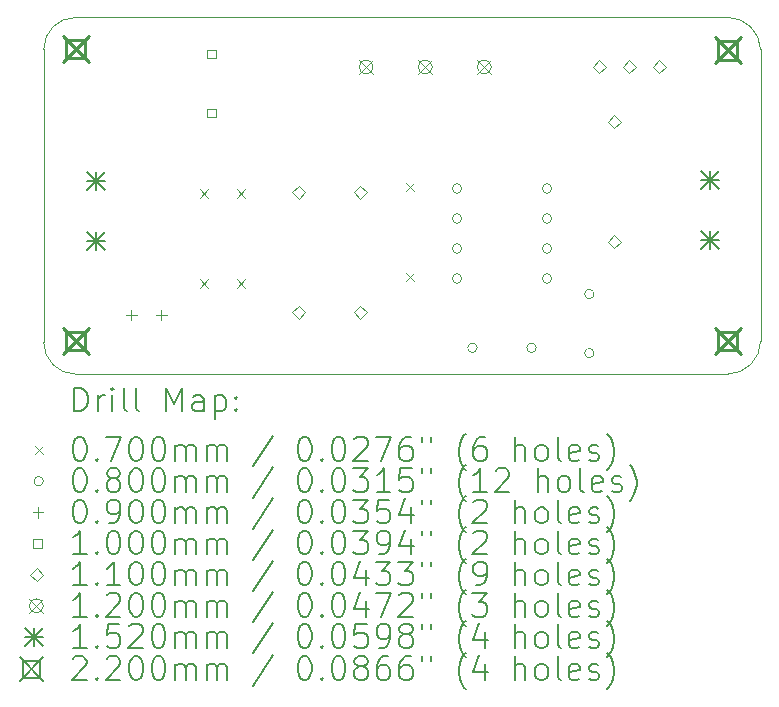
<source format=gbr>
%TF.GenerationSoftware,KiCad,Pcbnew,9.0.1*%
%TF.CreationDate,2025-08-18T16:23:50+05:00*%
%TF.ProjectId,dc_motor_speed_controller,64635f6d-6f74-46f7-925f-73706565645f,rev?*%
%TF.SameCoordinates,Original*%
%TF.FileFunction,Drillmap*%
%TF.FilePolarity,Positive*%
%FSLAX45Y45*%
G04 Gerber Fmt 4.5, Leading zero omitted, Abs format (unit mm)*
G04 Created by KiCad (PCBNEW 9.0.1) date 2025-08-18 16:23:50*
%MOMM*%
%LPD*%
G01*
G04 APERTURE LIST*
%ADD10C,0.050000*%
%ADD11C,0.200000*%
%ADD12C,0.100000*%
%ADD13C,0.110000*%
%ADD14C,0.120000*%
%ADD15C,0.152000*%
%ADD16C,0.220000*%
G04 APERTURE END LIST*
D10*
X17960000Y-13060000D02*
X12440000Y-13060000D01*
X12440000Y-10040000D02*
X17960000Y-10039822D01*
X17960000Y-10039822D02*
G75*
G02*
X18240000Y-10310000I0J-280179D01*
G01*
X18240000Y-12780000D02*
G75*
G02*
X17960000Y-13060000I-280000J0D01*
G01*
X12170000Y-12790000D02*
X12170000Y-10310000D01*
X12170000Y-10310000D02*
G75*
G02*
X12440000Y-10040000I270000J0D01*
G01*
X18240000Y-10310000D02*
X18240000Y-12780000D01*
X12440000Y-13060000D02*
G75*
G02*
X12170000Y-12790000I0J270000D01*
G01*
D11*
D12*
X13495000Y-11495000D02*
X13565000Y-11565000D01*
X13565000Y-11495000D02*
X13495000Y-11565000D01*
X13495000Y-12257000D02*
X13565000Y-12327000D01*
X13565000Y-12257000D02*
X13495000Y-12327000D01*
X13805000Y-11495000D02*
X13875000Y-11565000D01*
X13875000Y-11495000D02*
X13805000Y-11565000D01*
X13805000Y-12257000D02*
X13875000Y-12327000D01*
X13875000Y-12257000D02*
X13805000Y-12327000D01*
X15235000Y-11444000D02*
X15305000Y-11514000D01*
X15305000Y-11444000D02*
X15235000Y-11514000D01*
X15235000Y-12206000D02*
X15305000Y-12276000D01*
X15305000Y-12206000D02*
X15235000Y-12276000D01*
X15709500Y-11489000D02*
G75*
G02*
X15629500Y-11489000I-40000J0D01*
G01*
X15629500Y-11489000D02*
G75*
G02*
X15709500Y-11489000I40000J0D01*
G01*
X15709500Y-11743000D02*
G75*
G02*
X15629500Y-11743000I-40000J0D01*
G01*
X15629500Y-11743000D02*
G75*
G02*
X15709500Y-11743000I40000J0D01*
G01*
X15709500Y-11997000D02*
G75*
G02*
X15629500Y-11997000I-40000J0D01*
G01*
X15629500Y-11997000D02*
G75*
G02*
X15709500Y-11997000I40000J0D01*
G01*
X15709500Y-12251000D02*
G75*
G02*
X15629500Y-12251000I-40000J0D01*
G01*
X15629500Y-12251000D02*
G75*
G02*
X15709500Y-12251000I40000J0D01*
G01*
X15840000Y-12837000D02*
G75*
G02*
X15760000Y-12837000I-40000J0D01*
G01*
X15760000Y-12837000D02*
G75*
G02*
X15840000Y-12837000I40000J0D01*
G01*
X16340000Y-12837000D02*
G75*
G02*
X16260000Y-12837000I-40000J0D01*
G01*
X16260000Y-12837000D02*
G75*
G02*
X16340000Y-12837000I40000J0D01*
G01*
X16471500Y-11489000D02*
G75*
G02*
X16391500Y-11489000I-40000J0D01*
G01*
X16391500Y-11489000D02*
G75*
G02*
X16471500Y-11489000I40000J0D01*
G01*
X16471500Y-11743000D02*
G75*
G02*
X16391500Y-11743000I-40000J0D01*
G01*
X16391500Y-11743000D02*
G75*
G02*
X16471500Y-11743000I40000J0D01*
G01*
X16471500Y-11997000D02*
G75*
G02*
X16391500Y-11997000I-40000J0D01*
G01*
X16391500Y-11997000D02*
G75*
G02*
X16471500Y-11997000I40000J0D01*
G01*
X16471500Y-12251000D02*
G75*
G02*
X16391500Y-12251000I-40000J0D01*
G01*
X16391500Y-12251000D02*
G75*
G02*
X16471500Y-12251000I40000J0D01*
G01*
X16830000Y-12382000D02*
G75*
G02*
X16750000Y-12382000I-40000J0D01*
G01*
X16750000Y-12382000D02*
G75*
G02*
X16830000Y-12382000I40000J0D01*
G01*
X16830000Y-12882000D02*
G75*
G02*
X16750000Y-12882000I-40000J0D01*
G01*
X16750000Y-12882000D02*
G75*
G02*
X16830000Y-12882000I40000J0D01*
G01*
X12912500Y-12515000D02*
X12912500Y-12605000D01*
X12867500Y-12560000D02*
X12957500Y-12560000D01*
X13166500Y-12515000D02*
X13166500Y-12605000D01*
X13121500Y-12560000D02*
X13211500Y-12560000D01*
X13625356Y-10385356D02*
X13625356Y-10314644D01*
X13554644Y-10314644D01*
X13554644Y-10385356D01*
X13625356Y-10385356D01*
X13625356Y-10885356D02*
X13625356Y-10814644D01*
X13554644Y-10814644D01*
X13554644Y-10885356D01*
X13625356Y-10885356D01*
D13*
X14330000Y-11574000D02*
X14385000Y-11519000D01*
X14330000Y-11464000D01*
X14275000Y-11519000D01*
X14330000Y-11574000D01*
X14330000Y-12590000D02*
X14385000Y-12535000D01*
X14330000Y-12480000D01*
X14275000Y-12535000D01*
X14330000Y-12590000D01*
X14850000Y-11574000D02*
X14905000Y-11519000D01*
X14850000Y-11464000D01*
X14795000Y-11519000D01*
X14850000Y-11574000D01*
X14850000Y-12590000D02*
X14905000Y-12535000D01*
X14850000Y-12480000D01*
X14795000Y-12535000D01*
X14850000Y-12590000D01*
X16876000Y-10515000D02*
X16931000Y-10460000D01*
X16876000Y-10405000D01*
X16821000Y-10460000D01*
X16876000Y-10515000D01*
X17000000Y-10977000D02*
X17055000Y-10922000D01*
X17000000Y-10867000D01*
X16945000Y-10922000D01*
X17000000Y-10977000D01*
X17000000Y-11993000D02*
X17055000Y-11938000D01*
X17000000Y-11883000D01*
X16945000Y-11938000D01*
X17000000Y-11993000D01*
X17130000Y-10515000D02*
X17185000Y-10460000D01*
X17130000Y-10405000D01*
X17075000Y-10460000D01*
X17130000Y-10515000D01*
X17384000Y-10515000D02*
X17439000Y-10460000D01*
X17384000Y-10405000D01*
X17329000Y-10460000D01*
X17384000Y-10515000D01*
D14*
X14840000Y-10400000D02*
X14960000Y-10520000D01*
X14960000Y-10400000D02*
X14840000Y-10520000D01*
X14960000Y-10460000D02*
G75*
G02*
X14840000Y-10460000I-60000J0D01*
G01*
X14840000Y-10460000D02*
G75*
G02*
X14960000Y-10460000I60000J0D01*
G01*
X15340000Y-10400000D02*
X15460000Y-10520000D01*
X15460000Y-10400000D02*
X15340000Y-10520000D01*
X15460000Y-10460000D02*
G75*
G02*
X15340000Y-10460000I-60000J0D01*
G01*
X15340000Y-10460000D02*
G75*
G02*
X15460000Y-10460000I60000J0D01*
G01*
X15840000Y-10400000D02*
X15960000Y-10520000D01*
X15960000Y-10400000D02*
X15840000Y-10520000D01*
X15960000Y-10460000D02*
G75*
G02*
X15840000Y-10460000I-60000J0D01*
G01*
X15840000Y-10460000D02*
G75*
G02*
X15960000Y-10460000I60000J0D01*
G01*
D15*
X12535500Y-11346000D02*
X12687500Y-11498000D01*
X12687500Y-11346000D02*
X12535500Y-11498000D01*
X12611500Y-11346000D02*
X12611500Y-11498000D01*
X12535500Y-11422000D02*
X12687500Y-11422000D01*
X12535500Y-11854000D02*
X12687500Y-12006000D01*
X12687500Y-11854000D02*
X12535500Y-12006000D01*
X12611500Y-11854000D02*
X12611500Y-12006000D01*
X12535500Y-11930000D02*
X12687500Y-11930000D01*
X17734000Y-11340000D02*
X17886000Y-11492000D01*
X17886000Y-11340000D02*
X17734000Y-11492000D01*
X17810000Y-11340000D02*
X17810000Y-11492000D01*
X17734000Y-11416000D02*
X17886000Y-11416000D01*
X17734000Y-11848000D02*
X17886000Y-12000000D01*
X17886000Y-11848000D02*
X17734000Y-12000000D01*
X17810000Y-11848000D02*
X17810000Y-12000000D01*
X17734000Y-11924000D02*
X17886000Y-11924000D01*
D16*
X12330000Y-10200000D02*
X12550000Y-10420000D01*
X12550000Y-10200000D02*
X12330000Y-10420000D01*
X12517782Y-10387783D02*
X12517782Y-10232218D01*
X12362217Y-10232218D01*
X12362217Y-10387783D01*
X12517782Y-10387783D01*
X12330000Y-12670000D02*
X12550000Y-12890000D01*
X12550000Y-12670000D02*
X12330000Y-12890000D01*
X12517782Y-12857782D02*
X12517782Y-12702217D01*
X12362217Y-12702217D01*
X12362217Y-12857782D01*
X12517782Y-12857782D01*
X17850000Y-10210000D02*
X18070000Y-10430000D01*
X18070000Y-10210000D02*
X17850000Y-10430000D01*
X18037783Y-10397783D02*
X18037783Y-10242218D01*
X17882218Y-10242218D01*
X17882218Y-10397783D01*
X18037783Y-10397783D01*
X17850000Y-12670000D02*
X18070000Y-12890000D01*
X18070000Y-12670000D02*
X17850000Y-12890000D01*
X18037783Y-12857782D02*
X18037783Y-12702217D01*
X17882218Y-12702217D01*
X17882218Y-12857782D01*
X18037783Y-12857782D01*
D11*
X12428277Y-13373984D02*
X12428277Y-13173984D01*
X12428277Y-13173984D02*
X12475896Y-13173984D01*
X12475896Y-13173984D02*
X12504467Y-13183508D01*
X12504467Y-13183508D02*
X12523515Y-13202555D01*
X12523515Y-13202555D02*
X12533039Y-13221603D01*
X12533039Y-13221603D02*
X12542562Y-13259698D01*
X12542562Y-13259698D02*
X12542562Y-13288269D01*
X12542562Y-13288269D02*
X12533039Y-13326365D01*
X12533039Y-13326365D02*
X12523515Y-13345412D01*
X12523515Y-13345412D02*
X12504467Y-13364460D01*
X12504467Y-13364460D02*
X12475896Y-13373984D01*
X12475896Y-13373984D02*
X12428277Y-13373984D01*
X12628277Y-13373984D02*
X12628277Y-13240650D01*
X12628277Y-13278746D02*
X12637801Y-13259698D01*
X12637801Y-13259698D02*
X12647324Y-13250174D01*
X12647324Y-13250174D02*
X12666372Y-13240650D01*
X12666372Y-13240650D02*
X12685420Y-13240650D01*
X12752086Y-13373984D02*
X12752086Y-13240650D01*
X12752086Y-13173984D02*
X12742562Y-13183508D01*
X12742562Y-13183508D02*
X12752086Y-13193031D01*
X12752086Y-13193031D02*
X12761610Y-13183508D01*
X12761610Y-13183508D02*
X12752086Y-13173984D01*
X12752086Y-13173984D02*
X12752086Y-13193031D01*
X12875896Y-13373984D02*
X12856848Y-13364460D01*
X12856848Y-13364460D02*
X12847324Y-13345412D01*
X12847324Y-13345412D02*
X12847324Y-13173984D01*
X12980658Y-13373984D02*
X12961610Y-13364460D01*
X12961610Y-13364460D02*
X12952086Y-13345412D01*
X12952086Y-13345412D02*
X12952086Y-13173984D01*
X13209229Y-13373984D02*
X13209229Y-13173984D01*
X13209229Y-13173984D02*
X13275896Y-13316841D01*
X13275896Y-13316841D02*
X13342562Y-13173984D01*
X13342562Y-13173984D02*
X13342562Y-13373984D01*
X13523515Y-13373984D02*
X13523515Y-13269222D01*
X13523515Y-13269222D02*
X13513991Y-13250174D01*
X13513991Y-13250174D02*
X13494943Y-13240650D01*
X13494943Y-13240650D02*
X13456848Y-13240650D01*
X13456848Y-13240650D02*
X13437801Y-13250174D01*
X13523515Y-13364460D02*
X13504467Y-13373984D01*
X13504467Y-13373984D02*
X13456848Y-13373984D01*
X13456848Y-13373984D02*
X13437801Y-13364460D01*
X13437801Y-13364460D02*
X13428277Y-13345412D01*
X13428277Y-13345412D02*
X13428277Y-13326365D01*
X13428277Y-13326365D02*
X13437801Y-13307317D01*
X13437801Y-13307317D02*
X13456848Y-13297793D01*
X13456848Y-13297793D02*
X13504467Y-13297793D01*
X13504467Y-13297793D02*
X13523515Y-13288269D01*
X13618753Y-13240650D02*
X13618753Y-13440650D01*
X13618753Y-13250174D02*
X13637801Y-13240650D01*
X13637801Y-13240650D02*
X13675896Y-13240650D01*
X13675896Y-13240650D02*
X13694943Y-13250174D01*
X13694943Y-13250174D02*
X13704467Y-13259698D01*
X13704467Y-13259698D02*
X13713991Y-13278746D01*
X13713991Y-13278746D02*
X13713991Y-13335888D01*
X13713991Y-13335888D02*
X13704467Y-13354936D01*
X13704467Y-13354936D02*
X13694943Y-13364460D01*
X13694943Y-13364460D02*
X13675896Y-13373984D01*
X13675896Y-13373984D02*
X13637801Y-13373984D01*
X13637801Y-13373984D02*
X13618753Y-13364460D01*
X13799705Y-13354936D02*
X13809229Y-13364460D01*
X13809229Y-13364460D02*
X13799705Y-13373984D01*
X13799705Y-13373984D02*
X13790182Y-13364460D01*
X13790182Y-13364460D02*
X13799705Y-13354936D01*
X13799705Y-13354936D02*
X13799705Y-13373984D01*
X13799705Y-13250174D02*
X13809229Y-13259698D01*
X13809229Y-13259698D02*
X13799705Y-13269222D01*
X13799705Y-13269222D02*
X13790182Y-13259698D01*
X13790182Y-13259698D02*
X13799705Y-13250174D01*
X13799705Y-13250174D02*
X13799705Y-13269222D01*
D12*
X12097500Y-13667500D02*
X12167500Y-13737500D01*
X12167500Y-13667500D02*
X12097500Y-13737500D01*
D11*
X12466372Y-13593984D02*
X12485420Y-13593984D01*
X12485420Y-13593984D02*
X12504467Y-13603508D01*
X12504467Y-13603508D02*
X12513991Y-13613031D01*
X12513991Y-13613031D02*
X12523515Y-13632079D01*
X12523515Y-13632079D02*
X12533039Y-13670174D01*
X12533039Y-13670174D02*
X12533039Y-13717793D01*
X12533039Y-13717793D02*
X12523515Y-13755888D01*
X12523515Y-13755888D02*
X12513991Y-13774936D01*
X12513991Y-13774936D02*
X12504467Y-13784460D01*
X12504467Y-13784460D02*
X12485420Y-13793984D01*
X12485420Y-13793984D02*
X12466372Y-13793984D01*
X12466372Y-13793984D02*
X12447324Y-13784460D01*
X12447324Y-13784460D02*
X12437801Y-13774936D01*
X12437801Y-13774936D02*
X12428277Y-13755888D01*
X12428277Y-13755888D02*
X12418753Y-13717793D01*
X12418753Y-13717793D02*
X12418753Y-13670174D01*
X12418753Y-13670174D02*
X12428277Y-13632079D01*
X12428277Y-13632079D02*
X12437801Y-13613031D01*
X12437801Y-13613031D02*
X12447324Y-13603508D01*
X12447324Y-13603508D02*
X12466372Y-13593984D01*
X12618753Y-13774936D02*
X12628277Y-13784460D01*
X12628277Y-13784460D02*
X12618753Y-13793984D01*
X12618753Y-13793984D02*
X12609229Y-13784460D01*
X12609229Y-13784460D02*
X12618753Y-13774936D01*
X12618753Y-13774936D02*
X12618753Y-13793984D01*
X12694943Y-13593984D02*
X12828277Y-13593984D01*
X12828277Y-13593984D02*
X12742562Y-13793984D01*
X12942562Y-13593984D02*
X12961610Y-13593984D01*
X12961610Y-13593984D02*
X12980658Y-13603508D01*
X12980658Y-13603508D02*
X12990182Y-13613031D01*
X12990182Y-13613031D02*
X12999705Y-13632079D01*
X12999705Y-13632079D02*
X13009229Y-13670174D01*
X13009229Y-13670174D02*
X13009229Y-13717793D01*
X13009229Y-13717793D02*
X12999705Y-13755888D01*
X12999705Y-13755888D02*
X12990182Y-13774936D01*
X12990182Y-13774936D02*
X12980658Y-13784460D01*
X12980658Y-13784460D02*
X12961610Y-13793984D01*
X12961610Y-13793984D02*
X12942562Y-13793984D01*
X12942562Y-13793984D02*
X12923515Y-13784460D01*
X12923515Y-13784460D02*
X12913991Y-13774936D01*
X12913991Y-13774936D02*
X12904467Y-13755888D01*
X12904467Y-13755888D02*
X12894943Y-13717793D01*
X12894943Y-13717793D02*
X12894943Y-13670174D01*
X12894943Y-13670174D02*
X12904467Y-13632079D01*
X12904467Y-13632079D02*
X12913991Y-13613031D01*
X12913991Y-13613031D02*
X12923515Y-13603508D01*
X12923515Y-13603508D02*
X12942562Y-13593984D01*
X13133039Y-13593984D02*
X13152086Y-13593984D01*
X13152086Y-13593984D02*
X13171134Y-13603508D01*
X13171134Y-13603508D02*
X13180658Y-13613031D01*
X13180658Y-13613031D02*
X13190182Y-13632079D01*
X13190182Y-13632079D02*
X13199705Y-13670174D01*
X13199705Y-13670174D02*
X13199705Y-13717793D01*
X13199705Y-13717793D02*
X13190182Y-13755888D01*
X13190182Y-13755888D02*
X13180658Y-13774936D01*
X13180658Y-13774936D02*
X13171134Y-13784460D01*
X13171134Y-13784460D02*
X13152086Y-13793984D01*
X13152086Y-13793984D02*
X13133039Y-13793984D01*
X13133039Y-13793984D02*
X13113991Y-13784460D01*
X13113991Y-13784460D02*
X13104467Y-13774936D01*
X13104467Y-13774936D02*
X13094943Y-13755888D01*
X13094943Y-13755888D02*
X13085420Y-13717793D01*
X13085420Y-13717793D02*
X13085420Y-13670174D01*
X13085420Y-13670174D02*
X13094943Y-13632079D01*
X13094943Y-13632079D02*
X13104467Y-13613031D01*
X13104467Y-13613031D02*
X13113991Y-13603508D01*
X13113991Y-13603508D02*
X13133039Y-13593984D01*
X13285420Y-13793984D02*
X13285420Y-13660650D01*
X13285420Y-13679698D02*
X13294943Y-13670174D01*
X13294943Y-13670174D02*
X13313991Y-13660650D01*
X13313991Y-13660650D02*
X13342563Y-13660650D01*
X13342563Y-13660650D02*
X13361610Y-13670174D01*
X13361610Y-13670174D02*
X13371134Y-13689222D01*
X13371134Y-13689222D02*
X13371134Y-13793984D01*
X13371134Y-13689222D02*
X13380658Y-13670174D01*
X13380658Y-13670174D02*
X13399705Y-13660650D01*
X13399705Y-13660650D02*
X13428277Y-13660650D01*
X13428277Y-13660650D02*
X13447324Y-13670174D01*
X13447324Y-13670174D02*
X13456848Y-13689222D01*
X13456848Y-13689222D02*
X13456848Y-13793984D01*
X13552086Y-13793984D02*
X13552086Y-13660650D01*
X13552086Y-13679698D02*
X13561610Y-13670174D01*
X13561610Y-13670174D02*
X13580658Y-13660650D01*
X13580658Y-13660650D02*
X13609229Y-13660650D01*
X13609229Y-13660650D02*
X13628277Y-13670174D01*
X13628277Y-13670174D02*
X13637801Y-13689222D01*
X13637801Y-13689222D02*
X13637801Y-13793984D01*
X13637801Y-13689222D02*
X13647324Y-13670174D01*
X13647324Y-13670174D02*
X13666372Y-13660650D01*
X13666372Y-13660650D02*
X13694943Y-13660650D01*
X13694943Y-13660650D02*
X13713991Y-13670174D01*
X13713991Y-13670174D02*
X13723515Y-13689222D01*
X13723515Y-13689222D02*
X13723515Y-13793984D01*
X14113991Y-13584460D02*
X13942563Y-13841603D01*
X14371134Y-13593984D02*
X14390182Y-13593984D01*
X14390182Y-13593984D02*
X14409229Y-13603508D01*
X14409229Y-13603508D02*
X14418753Y-13613031D01*
X14418753Y-13613031D02*
X14428277Y-13632079D01*
X14428277Y-13632079D02*
X14437801Y-13670174D01*
X14437801Y-13670174D02*
X14437801Y-13717793D01*
X14437801Y-13717793D02*
X14428277Y-13755888D01*
X14428277Y-13755888D02*
X14418753Y-13774936D01*
X14418753Y-13774936D02*
X14409229Y-13784460D01*
X14409229Y-13784460D02*
X14390182Y-13793984D01*
X14390182Y-13793984D02*
X14371134Y-13793984D01*
X14371134Y-13793984D02*
X14352086Y-13784460D01*
X14352086Y-13784460D02*
X14342563Y-13774936D01*
X14342563Y-13774936D02*
X14333039Y-13755888D01*
X14333039Y-13755888D02*
X14323515Y-13717793D01*
X14323515Y-13717793D02*
X14323515Y-13670174D01*
X14323515Y-13670174D02*
X14333039Y-13632079D01*
X14333039Y-13632079D02*
X14342563Y-13613031D01*
X14342563Y-13613031D02*
X14352086Y-13603508D01*
X14352086Y-13603508D02*
X14371134Y-13593984D01*
X14523515Y-13774936D02*
X14533039Y-13784460D01*
X14533039Y-13784460D02*
X14523515Y-13793984D01*
X14523515Y-13793984D02*
X14513991Y-13784460D01*
X14513991Y-13784460D02*
X14523515Y-13774936D01*
X14523515Y-13774936D02*
X14523515Y-13793984D01*
X14656848Y-13593984D02*
X14675896Y-13593984D01*
X14675896Y-13593984D02*
X14694944Y-13603508D01*
X14694944Y-13603508D02*
X14704467Y-13613031D01*
X14704467Y-13613031D02*
X14713991Y-13632079D01*
X14713991Y-13632079D02*
X14723515Y-13670174D01*
X14723515Y-13670174D02*
X14723515Y-13717793D01*
X14723515Y-13717793D02*
X14713991Y-13755888D01*
X14713991Y-13755888D02*
X14704467Y-13774936D01*
X14704467Y-13774936D02*
X14694944Y-13784460D01*
X14694944Y-13784460D02*
X14675896Y-13793984D01*
X14675896Y-13793984D02*
X14656848Y-13793984D01*
X14656848Y-13793984D02*
X14637801Y-13784460D01*
X14637801Y-13784460D02*
X14628277Y-13774936D01*
X14628277Y-13774936D02*
X14618753Y-13755888D01*
X14618753Y-13755888D02*
X14609229Y-13717793D01*
X14609229Y-13717793D02*
X14609229Y-13670174D01*
X14609229Y-13670174D02*
X14618753Y-13632079D01*
X14618753Y-13632079D02*
X14628277Y-13613031D01*
X14628277Y-13613031D02*
X14637801Y-13603508D01*
X14637801Y-13603508D02*
X14656848Y-13593984D01*
X14799706Y-13613031D02*
X14809229Y-13603508D01*
X14809229Y-13603508D02*
X14828277Y-13593984D01*
X14828277Y-13593984D02*
X14875896Y-13593984D01*
X14875896Y-13593984D02*
X14894944Y-13603508D01*
X14894944Y-13603508D02*
X14904467Y-13613031D01*
X14904467Y-13613031D02*
X14913991Y-13632079D01*
X14913991Y-13632079D02*
X14913991Y-13651127D01*
X14913991Y-13651127D02*
X14904467Y-13679698D01*
X14904467Y-13679698D02*
X14790182Y-13793984D01*
X14790182Y-13793984D02*
X14913991Y-13793984D01*
X14980658Y-13593984D02*
X15113991Y-13593984D01*
X15113991Y-13593984D02*
X15028277Y-13793984D01*
X15275896Y-13593984D02*
X15237801Y-13593984D01*
X15237801Y-13593984D02*
X15218753Y-13603508D01*
X15218753Y-13603508D02*
X15209229Y-13613031D01*
X15209229Y-13613031D02*
X15190182Y-13641603D01*
X15190182Y-13641603D02*
X15180658Y-13679698D01*
X15180658Y-13679698D02*
X15180658Y-13755888D01*
X15180658Y-13755888D02*
X15190182Y-13774936D01*
X15190182Y-13774936D02*
X15199706Y-13784460D01*
X15199706Y-13784460D02*
X15218753Y-13793984D01*
X15218753Y-13793984D02*
X15256848Y-13793984D01*
X15256848Y-13793984D02*
X15275896Y-13784460D01*
X15275896Y-13784460D02*
X15285420Y-13774936D01*
X15285420Y-13774936D02*
X15294944Y-13755888D01*
X15294944Y-13755888D02*
X15294944Y-13708269D01*
X15294944Y-13708269D02*
X15285420Y-13689222D01*
X15285420Y-13689222D02*
X15275896Y-13679698D01*
X15275896Y-13679698D02*
X15256848Y-13670174D01*
X15256848Y-13670174D02*
X15218753Y-13670174D01*
X15218753Y-13670174D02*
X15199706Y-13679698D01*
X15199706Y-13679698D02*
X15190182Y-13689222D01*
X15190182Y-13689222D02*
X15180658Y-13708269D01*
X15371134Y-13593984D02*
X15371134Y-13632079D01*
X15447325Y-13593984D02*
X15447325Y-13632079D01*
X15742563Y-13870174D02*
X15733039Y-13860650D01*
X15733039Y-13860650D02*
X15713991Y-13832079D01*
X15713991Y-13832079D02*
X15704468Y-13813031D01*
X15704468Y-13813031D02*
X15694944Y-13784460D01*
X15694944Y-13784460D02*
X15685420Y-13736841D01*
X15685420Y-13736841D02*
X15685420Y-13698746D01*
X15685420Y-13698746D02*
X15694944Y-13651127D01*
X15694944Y-13651127D02*
X15704468Y-13622555D01*
X15704468Y-13622555D02*
X15713991Y-13603508D01*
X15713991Y-13603508D02*
X15733039Y-13574936D01*
X15733039Y-13574936D02*
X15742563Y-13565412D01*
X15904468Y-13593984D02*
X15866372Y-13593984D01*
X15866372Y-13593984D02*
X15847325Y-13603508D01*
X15847325Y-13603508D02*
X15837801Y-13613031D01*
X15837801Y-13613031D02*
X15818753Y-13641603D01*
X15818753Y-13641603D02*
X15809229Y-13679698D01*
X15809229Y-13679698D02*
X15809229Y-13755888D01*
X15809229Y-13755888D02*
X15818753Y-13774936D01*
X15818753Y-13774936D02*
X15828277Y-13784460D01*
X15828277Y-13784460D02*
X15847325Y-13793984D01*
X15847325Y-13793984D02*
X15885420Y-13793984D01*
X15885420Y-13793984D02*
X15904468Y-13784460D01*
X15904468Y-13784460D02*
X15913991Y-13774936D01*
X15913991Y-13774936D02*
X15923515Y-13755888D01*
X15923515Y-13755888D02*
X15923515Y-13708269D01*
X15923515Y-13708269D02*
X15913991Y-13689222D01*
X15913991Y-13689222D02*
X15904468Y-13679698D01*
X15904468Y-13679698D02*
X15885420Y-13670174D01*
X15885420Y-13670174D02*
X15847325Y-13670174D01*
X15847325Y-13670174D02*
X15828277Y-13679698D01*
X15828277Y-13679698D02*
X15818753Y-13689222D01*
X15818753Y-13689222D02*
X15809229Y-13708269D01*
X16161610Y-13793984D02*
X16161610Y-13593984D01*
X16247325Y-13793984D02*
X16247325Y-13689222D01*
X16247325Y-13689222D02*
X16237801Y-13670174D01*
X16237801Y-13670174D02*
X16218753Y-13660650D01*
X16218753Y-13660650D02*
X16190182Y-13660650D01*
X16190182Y-13660650D02*
X16171134Y-13670174D01*
X16171134Y-13670174D02*
X16161610Y-13679698D01*
X16371134Y-13793984D02*
X16352087Y-13784460D01*
X16352087Y-13784460D02*
X16342563Y-13774936D01*
X16342563Y-13774936D02*
X16333039Y-13755888D01*
X16333039Y-13755888D02*
X16333039Y-13698746D01*
X16333039Y-13698746D02*
X16342563Y-13679698D01*
X16342563Y-13679698D02*
X16352087Y-13670174D01*
X16352087Y-13670174D02*
X16371134Y-13660650D01*
X16371134Y-13660650D02*
X16399706Y-13660650D01*
X16399706Y-13660650D02*
X16418753Y-13670174D01*
X16418753Y-13670174D02*
X16428277Y-13679698D01*
X16428277Y-13679698D02*
X16437801Y-13698746D01*
X16437801Y-13698746D02*
X16437801Y-13755888D01*
X16437801Y-13755888D02*
X16428277Y-13774936D01*
X16428277Y-13774936D02*
X16418753Y-13784460D01*
X16418753Y-13784460D02*
X16399706Y-13793984D01*
X16399706Y-13793984D02*
X16371134Y-13793984D01*
X16552087Y-13793984D02*
X16533039Y-13784460D01*
X16533039Y-13784460D02*
X16523515Y-13765412D01*
X16523515Y-13765412D02*
X16523515Y-13593984D01*
X16704468Y-13784460D02*
X16685420Y-13793984D01*
X16685420Y-13793984D02*
X16647325Y-13793984D01*
X16647325Y-13793984D02*
X16628277Y-13784460D01*
X16628277Y-13784460D02*
X16618753Y-13765412D01*
X16618753Y-13765412D02*
X16618753Y-13689222D01*
X16618753Y-13689222D02*
X16628277Y-13670174D01*
X16628277Y-13670174D02*
X16647325Y-13660650D01*
X16647325Y-13660650D02*
X16685420Y-13660650D01*
X16685420Y-13660650D02*
X16704468Y-13670174D01*
X16704468Y-13670174D02*
X16713991Y-13689222D01*
X16713991Y-13689222D02*
X16713991Y-13708269D01*
X16713991Y-13708269D02*
X16618753Y-13727317D01*
X16790182Y-13784460D02*
X16809230Y-13793984D01*
X16809230Y-13793984D02*
X16847325Y-13793984D01*
X16847325Y-13793984D02*
X16866373Y-13784460D01*
X16866373Y-13784460D02*
X16875896Y-13765412D01*
X16875896Y-13765412D02*
X16875896Y-13755888D01*
X16875896Y-13755888D02*
X16866373Y-13736841D01*
X16866373Y-13736841D02*
X16847325Y-13727317D01*
X16847325Y-13727317D02*
X16818753Y-13727317D01*
X16818753Y-13727317D02*
X16799706Y-13717793D01*
X16799706Y-13717793D02*
X16790182Y-13698746D01*
X16790182Y-13698746D02*
X16790182Y-13689222D01*
X16790182Y-13689222D02*
X16799706Y-13670174D01*
X16799706Y-13670174D02*
X16818753Y-13660650D01*
X16818753Y-13660650D02*
X16847325Y-13660650D01*
X16847325Y-13660650D02*
X16866373Y-13670174D01*
X16942563Y-13870174D02*
X16952087Y-13860650D01*
X16952087Y-13860650D02*
X16971134Y-13832079D01*
X16971134Y-13832079D02*
X16980658Y-13813031D01*
X16980658Y-13813031D02*
X16990182Y-13784460D01*
X16990182Y-13784460D02*
X16999706Y-13736841D01*
X16999706Y-13736841D02*
X16999706Y-13698746D01*
X16999706Y-13698746D02*
X16990182Y-13651127D01*
X16990182Y-13651127D02*
X16980658Y-13622555D01*
X16980658Y-13622555D02*
X16971134Y-13603508D01*
X16971134Y-13603508D02*
X16952087Y-13574936D01*
X16952087Y-13574936D02*
X16942563Y-13565412D01*
D12*
X12167500Y-13966500D02*
G75*
G02*
X12087500Y-13966500I-40000J0D01*
G01*
X12087500Y-13966500D02*
G75*
G02*
X12167500Y-13966500I40000J0D01*
G01*
D11*
X12466372Y-13857984D02*
X12485420Y-13857984D01*
X12485420Y-13857984D02*
X12504467Y-13867508D01*
X12504467Y-13867508D02*
X12513991Y-13877031D01*
X12513991Y-13877031D02*
X12523515Y-13896079D01*
X12523515Y-13896079D02*
X12533039Y-13934174D01*
X12533039Y-13934174D02*
X12533039Y-13981793D01*
X12533039Y-13981793D02*
X12523515Y-14019888D01*
X12523515Y-14019888D02*
X12513991Y-14038936D01*
X12513991Y-14038936D02*
X12504467Y-14048460D01*
X12504467Y-14048460D02*
X12485420Y-14057984D01*
X12485420Y-14057984D02*
X12466372Y-14057984D01*
X12466372Y-14057984D02*
X12447324Y-14048460D01*
X12447324Y-14048460D02*
X12437801Y-14038936D01*
X12437801Y-14038936D02*
X12428277Y-14019888D01*
X12428277Y-14019888D02*
X12418753Y-13981793D01*
X12418753Y-13981793D02*
X12418753Y-13934174D01*
X12418753Y-13934174D02*
X12428277Y-13896079D01*
X12428277Y-13896079D02*
X12437801Y-13877031D01*
X12437801Y-13877031D02*
X12447324Y-13867508D01*
X12447324Y-13867508D02*
X12466372Y-13857984D01*
X12618753Y-14038936D02*
X12628277Y-14048460D01*
X12628277Y-14048460D02*
X12618753Y-14057984D01*
X12618753Y-14057984D02*
X12609229Y-14048460D01*
X12609229Y-14048460D02*
X12618753Y-14038936D01*
X12618753Y-14038936D02*
X12618753Y-14057984D01*
X12742562Y-13943698D02*
X12723515Y-13934174D01*
X12723515Y-13934174D02*
X12713991Y-13924650D01*
X12713991Y-13924650D02*
X12704467Y-13905603D01*
X12704467Y-13905603D02*
X12704467Y-13896079D01*
X12704467Y-13896079D02*
X12713991Y-13877031D01*
X12713991Y-13877031D02*
X12723515Y-13867508D01*
X12723515Y-13867508D02*
X12742562Y-13857984D01*
X12742562Y-13857984D02*
X12780658Y-13857984D01*
X12780658Y-13857984D02*
X12799705Y-13867508D01*
X12799705Y-13867508D02*
X12809229Y-13877031D01*
X12809229Y-13877031D02*
X12818753Y-13896079D01*
X12818753Y-13896079D02*
X12818753Y-13905603D01*
X12818753Y-13905603D02*
X12809229Y-13924650D01*
X12809229Y-13924650D02*
X12799705Y-13934174D01*
X12799705Y-13934174D02*
X12780658Y-13943698D01*
X12780658Y-13943698D02*
X12742562Y-13943698D01*
X12742562Y-13943698D02*
X12723515Y-13953222D01*
X12723515Y-13953222D02*
X12713991Y-13962746D01*
X12713991Y-13962746D02*
X12704467Y-13981793D01*
X12704467Y-13981793D02*
X12704467Y-14019888D01*
X12704467Y-14019888D02*
X12713991Y-14038936D01*
X12713991Y-14038936D02*
X12723515Y-14048460D01*
X12723515Y-14048460D02*
X12742562Y-14057984D01*
X12742562Y-14057984D02*
X12780658Y-14057984D01*
X12780658Y-14057984D02*
X12799705Y-14048460D01*
X12799705Y-14048460D02*
X12809229Y-14038936D01*
X12809229Y-14038936D02*
X12818753Y-14019888D01*
X12818753Y-14019888D02*
X12818753Y-13981793D01*
X12818753Y-13981793D02*
X12809229Y-13962746D01*
X12809229Y-13962746D02*
X12799705Y-13953222D01*
X12799705Y-13953222D02*
X12780658Y-13943698D01*
X12942562Y-13857984D02*
X12961610Y-13857984D01*
X12961610Y-13857984D02*
X12980658Y-13867508D01*
X12980658Y-13867508D02*
X12990182Y-13877031D01*
X12990182Y-13877031D02*
X12999705Y-13896079D01*
X12999705Y-13896079D02*
X13009229Y-13934174D01*
X13009229Y-13934174D02*
X13009229Y-13981793D01*
X13009229Y-13981793D02*
X12999705Y-14019888D01*
X12999705Y-14019888D02*
X12990182Y-14038936D01*
X12990182Y-14038936D02*
X12980658Y-14048460D01*
X12980658Y-14048460D02*
X12961610Y-14057984D01*
X12961610Y-14057984D02*
X12942562Y-14057984D01*
X12942562Y-14057984D02*
X12923515Y-14048460D01*
X12923515Y-14048460D02*
X12913991Y-14038936D01*
X12913991Y-14038936D02*
X12904467Y-14019888D01*
X12904467Y-14019888D02*
X12894943Y-13981793D01*
X12894943Y-13981793D02*
X12894943Y-13934174D01*
X12894943Y-13934174D02*
X12904467Y-13896079D01*
X12904467Y-13896079D02*
X12913991Y-13877031D01*
X12913991Y-13877031D02*
X12923515Y-13867508D01*
X12923515Y-13867508D02*
X12942562Y-13857984D01*
X13133039Y-13857984D02*
X13152086Y-13857984D01*
X13152086Y-13857984D02*
X13171134Y-13867508D01*
X13171134Y-13867508D02*
X13180658Y-13877031D01*
X13180658Y-13877031D02*
X13190182Y-13896079D01*
X13190182Y-13896079D02*
X13199705Y-13934174D01*
X13199705Y-13934174D02*
X13199705Y-13981793D01*
X13199705Y-13981793D02*
X13190182Y-14019888D01*
X13190182Y-14019888D02*
X13180658Y-14038936D01*
X13180658Y-14038936D02*
X13171134Y-14048460D01*
X13171134Y-14048460D02*
X13152086Y-14057984D01*
X13152086Y-14057984D02*
X13133039Y-14057984D01*
X13133039Y-14057984D02*
X13113991Y-14048460D01*
X13113991Y-14048460D02*
X13104467Y-14038936D01*
X13104467Y-14038936D02*
X13094943Y-14019888D01*
X13094943Y-14019888D02*
X13085420Y-13981793D01*
X13085420Y-13981793D02*
X13085420Y-13934174D01*
X13085420Y-13934174D02*
X13094943Y-13896079D01*
X13094943Y-13896079D02*
X13104467Y-13877031D01*
X13104467Y-13877031D02*
X13113991Y-13867508D01*
X13113991Y-13867508D02*
X13133039Y-13857984D01*
X13285420Y-14057984D02*
X13285420Y-13924650D01*
X13285420Y-13943698D02*
X13294943Y-13934174D01*
X13294943Y-13934174D02*
X13313991Y-13924650D01*
X13313991Y-13924650D02*
X13342563Y-13924650D01*
X13342563Y-13924650D02*
X13361610Y-13934174D01*
X13361610Y-13934174D02*
X13371134Y-13953222D01*
X13371134Y-13953222D02*
X13371134Y-14057984D01*
X13371134Y-13953222D02*
X13380658Y-13934174D01*
X13380658Y-13934174D02*
X13399705Y-13924650D01*
X13399705Y-13924650D02*
X13428277Y-13924650D01*
X13428277Y-13924650D02*
X13447324Y-13934174D01*
X13447324Y-13934174D02*
X13456848Y-13953222D01*
X13456848Y-13953222D02*
X13456848Y-14057984D01*
X13552086Y-14057984D02*
X13552086Y-13924650D01*
X13552086Y-13943698D02*
X13561610Y-13934174D01*
X13561610Y-13934174D02*
X13580658Y-13924650D01*
X13580658Y-13924650D02*
X13609229Y-13924650D01*
X13609229Y-13924650D02*
X13628277Y-13934174D01*
X13628277Y-13934174D02*
X13637801Y-13953222D01*
X13637801Y-13953222D02*
X13637801Y-14057984D01*
X13637801Y-13953222D02*
X13647324Y-13934174D01*
X13647324Y-13934174D02*
X13666372Y-13924650D01*
X13666372Y-13924650D02*
X13694943Y-13924650D01*
X13694943Y-13924650D02*
X13713991Y-13934174D01*
X13713991Y-13934174D02*
X13723515Y-13953222D01*
X13723515Y-13953222D02*
X13723515Y-14057984D01*
X14113991Y-13848460D02*
X13942563Y-14105603D01*
X14371134Y-13857984D02*
X14390182Y-13857984D01*
X14390182Y-13857984D02*
X14409229Y-13867508D01*
X14409229Y-13867508D02*
X14418753Y-13877031D01*
X14418753Y-13877031D02*
X14428277Y-13896079D01*
X14428277Y-13896079D02*
X14437801Y-13934174D01*
X14437801Y-13934174D02*
X14437801Y-13981793D01*
X14437801Y-13981793D02*
X14428277Y-14019888D01*
X14428277Y-14019888D02*
X14418753Y-14038936D01*
X14418753Y-14038936D02*
X14409229Y-14048460D01*
X14409229Y-14048460D02*
X14390182Y-14057984D01*
X14390182Y-14057984D02*
X14371134Y-14057984D01*
X14371134Y-14057984D02*
X14352086Y-14048460D01*
X14352086Y-14048460D02*
X14342563Y-14038936D01*
X14342563Y-14038936D02*
X14333039Y-14019888D01*
X14333039Y-14019888D02*
X14323515Y-13981793D01*
X14323515Y-13981793D02*
X14323515Y-13934174D01*
X14323515Y-13934174D02*
X14333039Y-13896079D01*
X14333039Y-13896079D02*
X14342563Y-13877031D01*
X14342563Y-13877031D02*
X14352086Y-13867508D01*
X14352086Y-13867508D02*
X14371134Y-13857984D01*
X14523515Y-14038936D02*
X14533039Y-14048460D01*
X14533039Y-14048460D02*
X14523515Y-14057984D01*
X14523515Y-14057984D02*
X14513991Y-14048460D01*
X14513991Y-14048460D02*
X14523515Y-14038936D01*
X14523515Y-14038936D02*
X14523515Y-14057984D01*
X14656848Y-13857984D02*
X14675896Y-13857984D01*
X14675896Y-13857984D02*
X14694944Y-13867508D01*
X14694944Y-13867508D02*
X14704467Y-13877031D01*
X14704467Y-13877031D02*
X14713991Y-13896079D01*
X14713991Y-13896079D02*
X14723515Y-13934174D01*
X14723515Y-13934174D02*
X14723515Y-13981793D01*
X14723515Y-13981793D02*
X14713991Y-14019888D01*
X14713991Y-14019888D02*
X14704467Y-14038936D01*
X14704467Y-14038936D02*
X14694944Y-14048460D01*
X14694944Y-14048460D02*
X14675896Y-14057984D01*
X14675896Y-14057984D02*
X14656848Y-14057984D01*
X14656848Y-14057984D02*
X14637801Y-14048460D01*
X14637801Y-14048460D02*
X14628277Y-14038936D01*
X14628277Y-14038936D02*
X14618753Y-14019888D01*
X14618753Y-14019888D02*
X14609229Y-13981793D01*
X14609229Y-13981793D02*
X14609229Y-13934174D01*
X14609229Y-13934174D02*
X14618753Y-13896079D01*
X14618753Y-13896079D02*
X14628277Y-13877031D01*
X14628277Y-13877031D02*
X14637801Y-13867508D01*
X14637801Y-13867508D02*
X14656848Y-13857984D01*
X14790182Y-13857984D02*
X14913991Y-13857984D01*
X14913991Y-13857984D02*
X14847325Y-13934174D01*
X14847325Y-13934174D02*
X14875896Y-13934174D01*
X14875896Y-13934174D02*
X14894944Y-13943698D01*
X14894944Y-13943698D02*
X14904467Y-13953222D01*
X14904467Y-13953222D02*
X14913991Y-13972269D01*
X14913991Y-13972269D02*
X14913991Y-14019888D01*
X14913991Y-14019888D02*
X14904467Y-14038936D01*
X14904467Y-14038936D02*
X14894944Y-14048460D01*
X14894944Y-14048460D02*
X14875896Y-14057984D01*
X14875896Y-14057984D02*
X14818753Y-14057984D01*
X14818753Y-14057984D02*
X14799706Y-14048460D01*
X14799706Y-14048460D02*
X14790182Y-14038936D01*
X15104467Y-14057984D02*
X14990182Y-14057984D01*
X15047325Y-14057984D02*
X15047325Y-13857984D01*
X15047325Y-13857984D02*
X15028277Y-13886555D01*
X15028277Y-13886555D02*
X15009229Y-13905603D01*
X15009229Y-13905603D02*
X14990182Y-13915127D01*
X15285420Y-13857984D02*
X15190182Y-13857984D01*
X15190182Y-13857984D02*
X15180658Y-13953222D01*
X15180658Y-13953222D02*
X15190182Y-13943698D01*
X15190182Y-13943698D02*
X15209229Y-13934174D01*
X15209229Y-13934174D02*
X15256848Y-13934174D01*
X15256848Y-13934174D02*
X15275896Y-13943698D01*
X15275896Y-13943698D02*
X15285420Y-13953222D01*
X15285420Y-13953222D02*
X15294944Y-13972269D01*
X15294944Y-13972269D02*
X15294944Y-14019888D01*
X15294944Y-14019888D02*
X15285420Y-14038936D01*
X15285420Y-14038936D02*
X15275896Y-14048460D01*
X15275896Y-14048460D02*
X15256848Y-14057984D01*
X15256848Y-14057984D02*
X15209229Y-14057984D01*
X15209229Y-14057984D02*
X15190182Y-14048460D01*
X15190182Y-14048460D02*
X15180658Y-14038936D01*
X15371134Y-13857984D02*
X15371134Y-13896079D01*
X15447325Y-13857984D02*
X15447325Y-13896079D01*
X15742563Y-14134174D02*
X15733039Y-14124650D01*
X15733039Y-14124650D02*
X15713991Y-14096079D01*
X15713991Y-14096079D02*
X15704468Y-14077031D01*
X15704468Y-14077031D02*
X15694944Y-14048460D01*
X15694944Y-14048460D02*
X15685420Y-14000841D01*
X15685420Y-14000841D02*
X15685420Y-13962746D01*
X15685420Y-13962746D02*
X15694944Y-13915127D01*
X15694944Y-13915127D02*
X15704468Y-13886555D01*
X15704468Y-13886555D02*
X15713991Y-13867508D01*
X15713991Y-13867508D02*
X15733039Y-13838936D01*
X15733039Y-13838936D02*
X15742563Y-13829412D01*
X15923515Y-14057984D02*
X15809229Y-14057984D01*
X15866372Y-14057984D02*
X15866372Y-13857984D01*
X15866372Y-13857984D02*
X15847325Y-13886555D01*
X15847325Y-13886555D02*
X15828277Y-13905603D01*
X15828277Y-13905603D02*
X15809229Y-13915127D01*
X15999706Y-13877031D02*
X16009229Y-13867508D01*
X16009229Y-13867508D02*
X16028277Y-13857984D01*
X16028277Y-13857984D02*
X16075896Y-13857984D01*
X16075896Y-13857984D02*
X16094944Y-13867508D01*
X16094944Y-13867508D02*
X16104468Y-13877031D01*
X16104468Y-13877031D02*
X16113991Y-13896079D01*
X16113991Y-13896079D02*
X16113991Y-13915127D01*
X16113991Y-13915127D02*
X16104468Y-13943698D01*
X16104468Y-13943698D02*
X15990182Y-14057984D01*
X15990182Y-14057984D02*
X16113991Y-14057984D01*
X16352087Y-14057984D02*
X16352087Y-13857984D01*
X16437801Y-14057984D02*
X16437801Y-13953222D01*
X16437801Y-13953222D02*
X16428277Y-13934174D01*
X16428277Y-13934174D02*
X16409230Y-13924650D01*
X16409230Y-13924650D02*
X16380658Y-13924650D01*
X16380658Y-13924650D02*
X16361610Y-13934174D01*
X16361610Y-13934174D02*
X16352087Y-13943698D01*
X16561610Y-14057984D02*
X16542563Y-14048460D01*
X16542563Y-14048460D02*
X16533039Y-14038936D01*
X16533039Y-14038936D02*
X16523515Y-14019888D01*
X16523515Y-14019888D02*
X16523515Y-13962746D01*
X16523515Y-13962746D02*
X16533039Y-13943698D01*
X16533039Y-13943698D02*
X16542563Y-13934174D01*
X16542563Y-13934174D02*
X16561610Y-13924650D01*
X16561610Y-13924650D02*
X16590182Y-13924650D01*
X16590182Y-13924650D02*
X16609230Y-13934174D01*
X16609230Y-13934174D02*
X16618753Y-13943698D01*
X16618753Y-13943698D02*
X16628277Y-13962746D01*
X16628277Y-13962746D02*
X16628277Y-14019888D01*
X16628277Y-14019888D02*
X16618753Y-14038936D01*
X16618753Y-14038936D02*
X16609230Y-14048460D01*
X16609230Y-14048460D02*
X16590182Y-14057984D01*
X16590182Y-14057984D02*
X16561610Y-14057984D01*
X16742563Y-14057984D02*
X16723515Y-14048460D01*
X16723515Y-14048460D02*
X16713991Y-14029412D01*
X16713991Y-14029412D02*
X16713991Y-13857984D01*
X16894944Y-14048460D02*
X16875896Y-14057984D01*
X16875896Y-14057984D02*
X16837801Y-14057984D01*
X16837801Y-14057984D02*
X16818753Y-14048460D01*
X16818753Y-14048460D02*
X16809230Y-14029412D01*
X16809230Y-14029412D02*
X16809230Y-13953222D01*
X16809230Y-13953222D02*
X16818753Y-13934174D01*
X16818753Y-13934174D02*
X16837801Y-13924650D01*
X16837801Y-13924650D02*
X16875896Y-13924650D01*
X16875896Y-13924650D02*
X16894944Y-13934174D01*
X16894944Y-13934174D02*
X16904468Y-13953222D01*
X16904468Y-13953222D02*
X16904468Y-13972269D01*
X16904468Y-13972269D02*
X16809230Y-13991317D01*
X16980658Y-14048460D02*
X16999706Y-14057984D01*
X16999706Y-14057984D02*
X17037801Y-14057984D01*
X17037801Y-14057984D02*
X17056849Y-14048460D01*
X17056849Y-14048460D02*
X17066373Y-14029412D01*
X17066373Y-14029412D02*
X17066373Y-14019888D01*
X17066373Y-14019888D02*
X17056849Y-14000841D01*
X17056849Y-14000841D02*
X17037801Y-13991317D01*
X17037801Y-13991317D02*
X17009230Y-13991317D01*
X17009230Y-13991317D02*
X16990182Y-13981793D01*
X16990182Y-13981793D02*
X16980658Y-13962746D01*
X16980658Y-13962746D02*
X16980658Y-13953222D01*
X16980658Y-13953222D02*
X16990182Y-13934174D01*
X16990182Y-13934174D02*
X17009230Y-13924650D01*
X17009230Y-13924650D02*
X17037801Y-13924650D01*
X17037801Y-13924650D02*
X17056849Y-13934174D01*
X17133039Y-14134174D02*
X17142563Y-14124650D01*
X17142563Y-14124650D02*
X17161611Y-14096079D01*
X17161611Y-14096079D02*
X17171134Y-14077031D01*
X17171134Y-14077031D02*
X17180658Y-14048460D01*
X17180658Y-14048460D02*
X17190182Y-14000841D01*
X17190182Y-14000841D02*
X17190182Y-13962746D01*
X17190182Y-13962746D02*
X17180658Y-13915127D01*
X17180658Y-13915127D02*
X17171134Y-13886555D01*
X17171134Y-13886555D02*
X17161611Y-13867508D01*
X17161611Y-13867508D02*
X17142563Y-13838936D01*
X17142563Y-13838936D02*
X17133039Y-13829412D01*
D12*
X12122500Y-14185500D02*
X12122500Y-14275500D01*
X12077500Y-14230500D02*
X12167500Y-14230500D01*
D11*
X12466372Y-14121984D02*
X12485420Y-14121984D01*
X12485420Y-14121984D02*
X12504467Y-14131508D01*
X12504467Y-14131508D02*
X12513991Y-14141031D01*
X12513991Y-14141031D02*
X12523515Y-14160079D01*
X12523515Y-14160079D02*
X12533039Y-14198174D01*
X12533039Y-14198174D02*
X12533039Y-14245793D01*
X12533039Y-14245793D02*
X12523515Y-14283888D01*
X12523515Y-14283888D02*
X12513991Y-14302936D01*
X12513991Y-14302936D02*
X12504467Y-14312460D01*
X12504467Y-14312460D02*
X12485420Y-14321984D01*
X12485420Y-14321984D02*
X12466372Y-14321984D01*
X12466372Y-14321984D02*
X12447324Y-14312460D01*
X12447324Y-14312460D02*
X12437801Y-14302936D01*
X12437801Y-14302936D02*
X12428277Y-14283888D01*
X12428277Y-14283888D02*
X12418753Y-14245793D01*
X12418753Y-14245793D02*
X12418753Y-14198174D01*
X12418753Y-14198174D02*
X12428277Y-14160079D01*
X12428277Y-14160079D02*
X12437801Y-14141031D01*
X12437801Y-14141031D02*
X12447324Y-14131508D01*
X12447324Y-14131508D02*
X12466372Y-14121984D01*
X12618753Y-14302936D02*
X12628277Y-14312460D01*
X12628277Y-14312460D02*
X12618753Y-14321984D01*
X12618753Y-14321984D02*
X12609229Y-14312460D01*
X12609229Y-14312460D02*
X12618753Y-14302936D01*
X12618753Y-14302936D02*
X12618753Y-14321984D01*
X12723515Y-14321984D02*
X12761610Y-14321984D01*
X12761610Y-14321984D02*
X12780658Y-14312460D01*
X12780658Y-14312460D02*
X12790182Y-14302936D01*
X12790182Y-14302936D02*
X12809229Y-14274365D01*
X12809229Y-14274365D02*
X12818753Y-14236269D01*
X12818753Y-14236269D02*
X12818753Y-14160079D01*
X12818753Y-14160079D02*
X12809229Y-14141031D01*
X12809229Y-14141031D02*
X12799705Y-14131508D01*
X12799705Y-14131508D02*
X12780658Y-14121984D01*
X12780658Y-14121984D02*
X12742562Y-14121984D01*
X12742562Y-14121984D02*
X12723515Y-14131508D01*
X12723515Y-14131508D02*
X12713991Y-14141031D01*
X12713991Y-14141031D02*
X12704467Y-14160079D01*
X12704467Y-14160079D02*
X12704467Y-14207698D01*
X12704467Y-14207698D02*
X12713991Y-14226746D01*
X12713991Y-14226746D02*
X12723515Y-14236269D01*
X12723515Y-14236269D02*
X12742562Y-14245793D01*
X12742562Y-14245793D02*
X12780658Y-14245793D01*
X12780658Y-14245793D02*
X12799705Y-14236269D01*
X12799705Y-14236269D02*
X12809229Y-14226746D01*
X12809229Y-14226746D02*
X12818753Y-14207698D01*
X12942562Y-14121984D02*
X12961610Y-14121984D01*
X12961610Y-14121984D02*
X12980658Y-14131508D01*
X12980658Y-14131508D02*
X12990182Y-14141031D01*
X12990182Y-14141031D02*
X12999705Y-14160079D01*
X12999705Y-14160079D02*
X13009229Y-14198174D01*
X13009229Y-14198174D02*
X13009229Y-14245793D01*
X13009229Y-14245793D02*
X12999705Y-14283888D01*
X12999705Y-14283888D02*
X12990182Y-14302936D01*
X12990182Y-14302936D02*
X12980658Y-14312460D01*
X12980658Y-14312460D02*
X12961610Y-14321984D01*
X12961610Y-14321984D02*
X12942562Y-14321984D01*
X12942562Y-14321984D02*
X12923515Y-14312460D01*
X12923515Y-14312460D02*
X12913991Y-14302936D01*
X12913991Y-14302936D02*
X12904467Y-14283888D01*
X12904467Y-14283888D02*
X12894943Y-14245793D01*
X12894943Y-14245793D02*
X12894943Y-14198174D01*
X12894943Y-14198174D02*
X12904467Y-14160079D01*
X12904467Y-14160079D02*
X12913991Y-14141031D01*
X12913991Y-14141031D02*
X12923515Y-14131508D01*
X12923515Y-14131508D02*
X12942562Y-14121984D01*
X13133039Y-14121984D02*
X13152086Y-14121984D01*
X13152086Y-14121984D02*
X13171134Y-14131508D01*
X13171134Y-14131508D02*
X13180658Y-14141031D01*
X13180658Y-14141031D02*
X13190182Y-14160079D01*
X13190182Y-14160079D02*
X13199705Y-14198174D01*
X13199705Y-14198174D02*
X13199705Y-14245793D01*
X13199705Y-14245793D02*
X13190182Y-14283888D01*
X13190182Y-14283888D02*
X13180658Y-14302936D01*
X13180658Y-14302936D02*
X13171134Y-14312460D01*
X13171134Y-14312460D02*
X13152086Y-14321984D01*
X13152086Y-14321984D02*
X13133039Y-14321984D01*
X13133039Y-14321984D02*
X13113991Y-14312460D01*
X13113991Y-14312460D02*
X13104467Y-14302936D01*
X13104467Y-14302936D02*
X13094943Y-14283888D01*
X13094943Y-14283888D02*
X13085420Y-14245793D01*
X13085420Y-14245793D02*
X13085420Y-14198174D01*
X13085420Y-14198174D02*
X13094943Y-14160079D01*
X13094943Y-14160079D02*
X13104467Y-14141031D01*
X13104467Y-14141031D02*
X13113991Y-14131508D01*
X13113991Y-14131508D02*
X13133039Y-14121984D01*
X13285420Y-14321984D02*
X13285420Y-14188650D01*
X13285420Y-14207698D02*
X13294943Y-14198174D01*
X13294943Y-14198174D02*
X13313991Y-14188650D01*
X13313991Y-14188650D02*
X13342563Y-14188650D01*
X13342563Y-14188650D02*
X13361610Y-14198174D01*
X13361610Y-14198174D02*
X13371134Y-14217222D01*
X13371134Y-14217222D02*
X13371134Y-14321984D01*
X13371134Y-14217222D02*
X13380658Y-14198174D01*
X13380658Y-14198174D02*
X13399705Y-14188650D01*
X13399705Y-14188650D02*
X13428277Y-14188650D01*
X13428277Y-14188650D02*
X13447324Y-14198174D01*
X13447324Y-14198174D02*
X13456848Y-14217222D01*
X13456848Y-14217222D02*
X13456848Y-14321984D01*
X13552086Y-14321984D02*
X13552086Y-14188650D01*
X13552086Y-14207698D02*
X13561610Y-14198174D01*
X13561610Y-14198174D02*
X13580658Y-14188650D01*
X13580658Y-14188650D02*
X13609229Y-14188650D01*
X13609229Y-14188650D02*
X13628277Y-14198174D01*
X13628277Y-14198174D02*
X13637801Y-14217222D01*
X13637801Y-14217222D02*
X13637801Y-14321984D01*
X13637801Y-14217222D02*
X13647324Y-14198174D01*
X13647324Y-14198174D02*
X13666372Y-14188650D01*
X13666372Y-14188650D02*
X13694943Y-14188650D01*
X13694943Y-14188650D02*
X13713991Y-14198174D01*
X13713991Y-14198174D02*
X13723515Y-14217222D01*
X13723515Y-14217222D02*
X13723515Y-14321984D01*
X14113991Y-14112460D02*
X13942563Y-14369603D01*
X14371134Y-14121984D02*
X14390182Y-14121984D01*
X14390182Y-14121984D02*
X14409229Y-14131508D01*
X14409229Y-14131508D02*
X14418753Y-14141031D01*
X14418753Y-14141031D02*
X14428277Y-14160079D01*
X14428277Y-14160079D02*
X14437801Y-14198174D01*
X14437801Y-14198174D02*
X14437801Y-14245793D01*
X14437801Y-14245793D02*
X14428277Y-14283888D01*
X14428277Y-14283888D02*
X14418753Y-14302936D01*
X14418753Y-14302936D02*
X14409229Y-14312460D01*
X14409229Y-14312460D02*
X14390182Y-14321984D01*
X14390182Y-14321984D02*
X14371134Y-14321984D01*
X14371134Y-14321984D02*
X14352086Y-14312460D01*
X14352086Y-14312460D02*
X14342563Y-14302936D01*
X14342563Y-14302936D02*
X14333039Y-14283888D01*
X14333039Y-14283888D02*
X14323515Y-14245793D01*
X14323515Y-14245793D02*
X14323515Y-14198174D01*
X14323515Y-14198174D02*
X14333039Y-14160079D01*
X14333039Y-14160079D02*
X14342563Y-14141031D01*
X14342563Y-14141031D02*
X14352086Y-14131508D01*
X14352086Y-14131508D02*
X14371134Y-14121984D01*
X14523515Y-14302936D02*
X14533039Y-14312460D01*
X14533039Y-14312460D02*
X14523515Y-14321984D01*
X14523515Y-14321984D02*
X14513991Y-14312460D01*
X14513991Y-14312460D02*
X14523515Y-14302936D01*
X14523515Y-14302936D02*
X14523515Y-14321984D01*
X14656848Y-14121984D02*
X14675896Y-14121984D01*
X14675896Y-14121984D02*
X14694944Y-14131508D01*
X14694944Y-14131508D02*
X14704467Y-14141031D01*
X14704467Y-14141031D02*
X14713991Y-14160079D01*
X14713991Y-14160079D02*
X14723515Y-14198174D01*
X14723515Y-14198174D02*
X14723515Y-14245793D01*
X14723515Y-14245793D02*
X14713991Y-14283888D01*
X14713991Y-14283888D02*
X14704467Y-14302936D01*
X14704467Y-14302936D02*
X14694944Y-14312460D01*
X14694944Y-14312460D02*
X14675896Y-14321984D01*
X14675896Y-14321984D02*
X14656848Y-14321984D01*
X14656848Y-14321984D02*
X14637801Y-14312460D01*
X14637801Y-14312460D02*
X14628277Y-14302936D01*
X14628277Y-14302936D02*
X14618753Y-14283888D01*
X14618753Y-14283888D02*
X14609229Y-14245793D01*
X14609229Y-14245793D02*
X14609229Y-14198174D01*
X14609229Y-14198174D02*
X14618753Y-14160079D01*
X14618753Y-14160079D02*
X14628277Y-14141031D01*
X14628277Y-14141031D02*
X14637801Y-14131508D01*
X14637801Y-14131508D02*
X14656848Y-14121984D01*
X14790182Y-14121984D02*
X14913991Y-14121984D01*
X14913991Y-14121984D02*
X14847325Y-14198174D01*
X14847325Y-14198174D02*
X14875896Y-14198174D01*
X14875896Y-14198174D02*
X14894944Y-14207698D01*
X14894944Y-14207698D02*
X14904467Y-14217222D01*
X14904467Y-14217222D02*
X14913991Y-14236269D01*
X14913991Y-14236269D02*
X14913991Y-14283888D01*
X14913991Y-14283888D02*
X14904467Y-14302936D01*
X14904467Y-14302936D02*
X14894944Y-14312460D01*
X14894944Y-14312460D02*
X14875896Y-14321984D01*
X14875896Y-14321984D02*
X14818753Y-14321984D01*
X14818753Y-14321984D02*
X14799706Y-14312460D01*
X14799706Y-14312460D02*
X14790182Y-14302936D01*
X15094944Y-14121984D02*
X14999706Y-14121984D01*
X14999706Y-14121984D02*
X14990182Y-14217222D01*
X14990182Y-14217222D02*
X14999706Y-14207698D01*
X14999706Y-14207698D02*
X15018753Y-14198174D01*
X15018753Y-14198174D02*
X15066372Y-14198174D01*
X15066372Y-14198174D02*
X15085420Y-14207698D01*
X15085420Y-14207698D02*
X15094944Y-14217222D01*
X15094944Y-14217222D02*
X15104467Y-14236269D01*
X15104467Y-14236269D02*
X15104467Y-14283888D01*
X15104467Y-14283888D02*
X15094944Y-14302936D01*
X15094944Y-14302936D02*
X15085420Y-14312460D01*
X15085420Y-14312460D02*
X15066372Y-14321984D01*
X15066372Y-14321984D02*
X15018753Y-14321984D01*
X15018753Y-14321984D02*
X14999706Y-14312460D01*
X14999706Y-14312460D02*
X14990182Y-14302936D01*
X15275896Y-14188650D02*
X15275896Y-14321984D01*
X15228277Y-14112460D02*
X15180658Y-14255317D01*
X15180658Y-14255317D02*
X15304467Y-14255317D01*
X15371134Y-14121984D02*
X15371134Y-14160079D01*
X15447325Y-14121984D02*
X15447325Y-14160079D01*
X15742563Y-14398174D02*
X15733039Y-14388650D01*
X15733039Y-14388650D02*
X15713991Y-14360079D01*
X15713991Y-14360079D02*
X15704468Y-14341031D01*
X15704468Y-14341031D02*
X15694944Y-14312460D01*
X15694944Y-14312460D02*
X15685420Y-14264841D01*
X15685420Y-14264841D02*
X15685420Y-14226746D01*
X15685420Y-14226746D02*
X15694944Y-14179127D01*
X15694944Y-14179127D02*
X15704468Y-14150555D01*
X15704468Y-14150555D02*
X15713991Y-14131508D01*
X15713991Y-14131508D02*
X15733039Y-14102936D01*
X15733039Y-14102936D02*
X15742563Y-14093412D01*
X15809229Y-14141031D02*
X15818753Y-14131508D01*
X15818753Y-14131508D02*
X15837801Y-14121984D01*
X15837801Y-14121984D02*
X15885420Y-14121984D01*
X15885420Y-14121984D02*
X15904468Y-14131508D01*
X15904468Y-14131508D02*
X15913991Y-14141031D01*
X15913991Y-14141031D02*
X15923515Y-14160079D01*
X15923515Y-14160079D02*
X15923515Y-14179127D01*
X15923515Y-14179127D02*
X15913991Y-14207698D01*
X15913991Y-14207698D02*
X15799706Y-14321984D01*
X15799706Y-14321984D02*
X15923515Y-14321984D01*
X16161610Y-14321984D02*
X16161610Y-14121984D01*
X16247325Y-14321984D02*
X16247325Y-14217222D01*
X16247325Y-14217222D02*
X16237801Y-14198174D01*
X16237801Y-14198174D02*
X16218753Y-14188650D01*
X16218753Y-14188650D02*
X16190182Y-14188650D01*
X16190182Y-14188650D02*
X16171134Y-14198174D01*
X16171134Y-14198174D02*
X16161610Y-14207698D01*
X16371134Y-14321984D02*
X16352087Y-14312460D01*
X16352087Y-14312460D02*
X16342563Y-14302936D01*
X16342563Y-14302936D02*
X16333039Y-14283888D01*
X16333039Y-14283888D02*
X16333039Y-14226746D01*
X16333039Y-14226746D02*
X16342563Y-14207698D01*
X16342563Y-14207698D02*
X16352087Y-14198174D01*
X16352087Y-14198174D02*
X16371134Y-14188650D01*
X16371134Y-14188650D02*
X16399706Y-14188650D01*
X16399706Y-14188650D02*
X16418753Y-14198174D01*
X16418753Y-14198174D02*
X16428277Y-14207698D01*
X16428277Y-14207698D02*
X16437801Y-14226746D01*
X16437801Y-14226746D02*
X16437801Y-14283888D01*
X16437801Y-14283888D02*
X16428277Y-14302936D01*
X16428277Y-14302936D02*
X16418753Y-14312460D01*
X16418753Y-14312460D02*
X16399706Y-14321984D01*
X16399706Y-14321984D02*
X16371134Y-14321984D01*
X16552087Y-14321984D02*
X16533039Y-14312460D01*
X16533039Y-14312460D02*
X16523515Y-14293412D01*
X16523515Y-14293412D02*
X16523515Y-14121984D01*
X16704468Y-14312460D02*
X16685420Y-14321984D01*
X16685420Y-14321984D02*
X16647325Y-14321984D01*
X16647325Y-14321984D02*
X16628277Y-14312460D01*
X16628277Y-14312460D02*
X16618753Y-14293412D01*
X16618753Y-14293412D02*
X16618753Y-14217222D01*
X16618753Y-14217222D02*
X16628277Y-14198174D01*
X16628277Y-14198174D02*
X16647325Y-14188650D01*
X16647325Y-14188650D02*
X16685420Y-14188650D01*
X16685420Y-14188650D02*
X16704468Y-14198174D01*
X16704468Y-14198174D02*
X16713991Y-14217222D01*
X16713991Y-14217222D02*
X16713991Y-14236269D01*
X16713991Y-14236269D02*
X16618753Y-14255317D01*
X16790182Y-14312460D02*
X16809230Y-14321984D01*
X16809230Y-14321984D02*
X16847325Y-14321984D01*
X16847325Y-14321984D02*
X16866373Y-14312460D01*
X16866373Y-14312460D02*
X16875896Y-14293412D01*
X16875896Y-14293412D02*
X16875896Y-14283888D01*
X16875896Y-14283888D02*
X16866373Y-14264841D01*
X16866373Y-14264841D02*
X16847325Y-14255317D01*
X16847325Y-14255317D02*
X16818753Y-14255317D01*
X16818753Y-14255317D02*
X16799706Y-14245793D01*
X16799706Y-14245793D02*
X16790182Y-14226746D01*
X16790182Y-14226746D02*
X16790182Y-14217222D01*
X16790182Y-14217222D02*
X16799706Y-14198174D01*
X16799706Y-14198174D02*
X16818753Y-14188650D01*
X16818753Y-14188650D02*
X16847325Y-14188650D01*
X16847325Y-14188650D02*
X16866373Y-14198174D01*
X16942563Y-14398174D02*
X16952087Y-14388650D01*
X16952087Y-14388650D02*
X16971134Y-14360079D01*
X16971134Y-14360079D02*
X16980658Y-14341031D01*
X16980658Y-14341031D02*
X16990182Y-14312460D01*
X16990182Y-14312460D02*
X16999706Y-14264841D01*
X16999706Y-14264841D02*
X16999706Y-14226746D01*
X16999706Y-14226746D02*
X16990182Y-14179127D01*
X16990182Y-14179127D02*
X16980658Y-14150555D01*
X16980658Y-14150555D02*
X16971134Y-14131508D01*
X16971134Y-14131508D02*
X16952087Y-14102936D01*
X16952087Y-14102936D02*
X16942563Y-14093412D01*
D12*
X12152856Y-14529856D02*
X12152856Y-14459144D01*
X12082144Y-14459144D01*
X12082144Y-14529856D01*
X12152856Y-14529856D01*
D11*
X12533039Y-14585984D02*
X12418753Y-14585984D01*
X12475896Y-14585984D02*
X12475896Y-14385984D01*
X12475896Y-14385984D02*
X12456848Y-14414555D01*
X12456848Y-14414555D02*
X12437801Y-14433603D01*
X12437801Y-14433603D02*
X12418753Y-14443127D01*
X12618753Y-14566936D02*
X12628277Y-14576460D01*
X12628277Y-14576460D02*
X12618753Y-14585984D01*
X12618753Y-14585984D02*
X12609229Y-14576460D01*
X12609229Y-14576460D02*
X12618753Y-14566936D01*
X12618753Y-14566936D02*
X12618753Y-14585984D01*
X12752086Y-14385984D02*
X12771134Y-14385984D01*
X12771134Y-14385984D02*
X12790182Y-14395508D01*
X12790182Y-14395508D02*
X12799705Y-14405031D01*
X12799705Y-14405031D02*
X12809229Y-14424079D01*
X12809229Y-14424079D02*
X12818753Y-14462174D01*
X12818753Y-14462174D02*
X12818753Y-14509793D01*
X12818753Y-14509793D02*
X12809229Y-14547888D01*
X12809229Y-14547888D02*
X12799705Y-14566936D01*
X12799705Y-14566936D02*
X12790182Y-14576460D01*
X12790182Y-14576460D02*
X12771134Y-14585984D01*
X12771134Y-14585984D02*
X12752086Y-14585984D01*
X12752086Y-14585984D02*
X12733039Y-14576460D01*
X12733039Y-14576460D02*
X12723515Y-14566936D01*
X12723515Y-14566936D02*
X12713991Y-14547888D01*
X12713991Y-14547888D02*
X12704467Y-14509793D01*
X12704467Y-14509793D02*
X12704467Y-14462174D01*
X12704467Y-14462174D02*
X12713991Y-14424079D01*
X12713991Y-14424079D02*
X12723515Y-14405031D01*
X12723515Y-14405031D02*
X12733039Y-14395508D01*
X12733039Y-14395508D02*
X12752086Y-14385984D01*
X12942562Y-14385984D02*
X12961610Y-14385984D01*
X12961610Y-14385984D02*
X12980658Y-14395508D01*
X12980658Y-14395508D02*
X12990182Y-14405031D01*
X12990182Y-14405031D02*
X12999705Y-14424079D01*
X12999705Y-14424079D02*
X13009229Y-14462174D01*
X13009229Y-14462174D02*
X13009229Y-14509793D01*
X13009229Y-14509793D02*
X12999705Y-14547888D01*
X12999705Y-14547888D02*
X12990182Y-14566936D01*
X12990182Y-14566936D02*
X12980658Y-14576460D01*
X12980658Y-14576460D02*
X12961610Y-14585984D01*
X12961610Y-14585984D02*
X12942562Y-14585984D01*
X12942562Y-14585984D02*
X12923515Y-14576460D01*
X12923515Y-14576460D02*
X12913991Y-14566936D01*
X12913991Y-14566936D02*
X12904467Y-14547888D01*
X12904467Y-14547888D02*
X12894943Y-14509793D01*
X12894943Y-14509793D02*
X12894943Y-14462174D01*
X12894943Y-14462174D02*
X12904467Y-14424079D01*
X12904467Y-14424079D02*
X12913991Y-14405031D01*
X12913991Y-14405031D02*
X12923515Y-14395508D01*
X12923515Y-14395508D02*
X12942562Y-14385984D01*
X13133039Y-14385984D02*
X13152086Y-14385984D01*
X13152086Y-14385984D02*
X13171134Y-14395508D01*
X13171134Y-14395508D02*
X13180658Y-14405031D01*
X13180658Y-14405031D02*
X13190182Y-14424079D01*
X13190182Y-14424079D02*
X13199705Y-14462174D01*
X13199705Y-14462174D02*
X13199705Y-14509793D01*
X13199705Y-14509793D02*
X13190182Y-14547888D01*
X13190182Y-14547888D02*
X13180658Y-14566936D01*
X13180658Y-14566936D02*
X13171134Y-14576460D01*
X13171134Y-14576460D02*
X13152086Y-14585984D01*
X13152086Y-14585984D02*
X13133039Y-14585984D01*
X13133039Y-14585984D02*
X13113991Y-14576460D01*
X13113991Y-14576460D02*
X13104467Y-14566936D01*
X13104467Y-14566936D02*
X13094943Y-14547888D01*
X13094943Y-14547888D02*
X13085420Y-14509793D01*
X13085420Y-14509793D02*
X13085420Y-14462174D01*
X13085420Y-14462174D02*
X13094943Y-14424079D01*
X13094943Y-14424079D02*
X13104467Y-14405031D01*
X13104467Y-14405031D02*
X13113991Y-14395508D01*
X13113991Y-14395508D02*
X13133039Y-14385984D01*
X13285420Y-14585984D02*
X13285420Y-14452650D01*
X13285420Y-14471698D02*
X13294943Y-14462174D01*
X13294943Y-14462174D02*
X13313991Y-14452650D01*
X13313991Y-14452650D02*
X13342563Y-14452650D01*
X13342563Y-14452650D02*
X13361610Y-14462174D01*
X13361610Y-14462174D02*
X13371134Y-14481222D01*
X13371134Y-14481222D02*
X13371134Y-14585984D01*
X13371134Y-14481222D02*
X13380658Y-14462174D01*
X13380658Y-14462174D02*
X13399705Y-14452650D01*
X13399705Y-14452650D02*
X13428277Y-14452650D01*
X13428277Y-14452650D02*
X13447324Y-14462174D01*
X13447324Y-14462174D02*
X13456848Y-14481222D01*
X13456848Y-14481222D02*
X13456848Y-14585984D01*
X13552086Y-14585984D02*
X13552086Y-14452650D01*
X13552086Y-14471698D02*
X13561610Y-14462174D01*
X13561610Y-14462174D02*
X13580658Y-14452650D01*
X13580658Y-14452650D02*
X13609229Y-14452650D01*
X13609229Y-14452650D02*
X13628277Y-14462174D01*
X13628277Y-14462174D02*
X13637801Y-14481222D01*
X13637801Y-14481222D02*
X13637801Y-14585984D01*
X13637801Y-14481222D02*
X13647324Y-14462174D01*
X13647324Y-14462174D02*
X13666372Y-14452650D01*
X13666372Y-14452650D02*
X13694943Y-14452650D01*
X13694943Y-14452650D02*
X13713991Y-14462174D01*
X13713991Y-14462174D02*
X13723515Y-14481222D01*
X13723515Y-14481222D02*
X13723515Y-14585984D01*
X14113991Y-14376460D02*
X13942563Y-14633603D01*
X14371134Y-14385984D02*
X14390182Y-14385984D01*
X14390182Y-14385984D02*
X14409229Y-14395508D01*
X14409229Y-14395508D02*
X14418753Y-14405031D01*
X14418753Y-14405031D02*
X14428277Y-14424079D01*
X14428277Y-14424079D02*
X14437801Y-14462174D01*
X14437801Y-14462174D02*
X14437801Y-14509793D01*
X14437801Y-14509793D02*
X14428277Y-14547888D01*
X14428277Y-14547888D02*
X14418753Y-14566936D01*
X14418753Y-14566936D02*
X14409229Y-14576460D01*
X14409229Y-14576460D02*
X14390182Y-14585984D01*
X14390182Y-14585984D02*
X14371134Y-14585984D01*
X14371134Y-14585984D02*
X14352086Y-14576460D01*
X14352086Y-14576460D02*
X14342563Y-14566936D01*
X14342563Y-14566936D02*
X14333039Y-14547888D01*
X14333039Y-14547888D02*
X14323515Y-14509793D01*
X14323515Y-14509793D02*
X14323515Y-14462174D01*
X14323515Y-14462174D02*
X14333039Y-14424079D01*
X14333039Y-14424079D02*
X14342563Y-14405031D01*
X14342563Y-14405031D02*
X14352086Y-14395508D01*
X14352086Y-14395508D02*
X14371134Y-14385984D01*
X14523515Y-14566936D02*
X14533039Y-14576460D01*
X14533039Y-14576460D02*
X14523515Y-14585984D01*
X14523515Y-14585984D02*
X14513991Y-14576460D01*
X14513991Y-14576460D02*
X14523515Y-14566936D01*
X14523515Y-14566936D02*
X14523515Y-14585984D01*
X14656848Y-14385984D02*
X14675896Y-14385984D01*
X14675896Y-14385984D02*
X14694944Y-14395508D01*
X14694944Y-14395508D02*
X14704467Y-14405031D01*
X14704467Y-14405031D02*
X14713991Y-14424079D01*
X14713991Y-14424079D02*
X14723515Y-14462174D01*
X14723515Y-14462174D02*
X14723515Y-14509793D01*
X14723515Y-14509793D02*
X14713991Y-14547888D01*
X14713991Y-14547888D02*
X14704467Y-14566936D01*
X14704467Y-14566936D02*
X14694944Y-14576460D01*
X14694944Y-14576460D02*
X14675896Y-14585984D01*
X14675896Y-14585984D02*
X14656848Y-14585984D01*
X14656848Y-14585984D02*
X14637801Y-14576460D01*
X14637801Y-14576460D02*
X14628277Y-14566936D01*
X14628277Y-14566936D02*
X14618753Y-14547888D01*
X14618753Y-14547888D02*
X14609229Y-14509793D01*
X14609229Y-14509793D02*
X14609229Y-14462174D01*
X14609229Y-14462174D02*
X14618753Y-14424079D01*
X14618753Y-14424079D02*
X14628277Y-14405031D01*
X14628277Y-14405031D02*
X14637801Y-14395508D01*
X14637801Y-14395508D02*
X14656848Y-14385984D01*
X14790182Y-14385984D02*
X14913991Y-14385984D01*
X14913991Y-14385984D02*
X14847325Y-14462174D01*
X14847325Y-14462174D02*
X14875896Y-14462174D01*
X14875896Y-14462174D02*
X14894944Y-14471698D01*
X14894944Y-14471698D02*
X14904467Y-14481222D01*
X14904467Y-14481222D02*
X14913991Y-14500269D01*
X14913991Y-14500269D02*
X14913991Y-14547888D01*
X14913991Y-14547888D02*
X14904467Y-14566936D01*
X14904467Y-14566936D02*
X14894944Y-14576460D01*
X14894944Y-14576460D02*
X14875896Y-14585984D01*
X14875896Y-14585984D02*
X14818753Y-14585984D01*
X14818753Y-14585984D02*
X14799706Y-14576460D01*
X14799706Y-14576460D02*
X14790182Y-14566936D01*
X15009229Y-14585984D02*
X15047325Y-14585984D01*
X15047325Y-14585984D02*
X15066372Y-14576460D01*
X15066372Y-14576460D02*
X15075896Y-14566936D01*
X15075896Y-14566936D02*
X15094944Y-14538365D01*
X15094944Y-14538365D02*
X15104467Y-14500269D01*
X15104467Y-14500269D02*
X15104467Y-14424079D01*
X15104467Y-14424079D02*
X15094944Y-14405031D01*
X15094944Y-14405031D02*
X15085420Y-14395508D01*
X15085420Y-14395508D02*
X15066372Y-14385984D01*
X15066372Y-14385984D02*
X15028277Y-14385984D01*
X15028277Y-14385984D02*
X15009229Y-14395508D01*
X15009229Y-14395508D02*
X14999706Y-14405031D01*
X14999706Y-14405031D02*
X14990182Y-14424079D01*
X14990182Y-14424079D02*
X14990182Y-14471698D01*
X14990182Y-14471698D02*
X14999706Y-14490746D01*
X14999706Y-14490746D02*
X15009229Y-14500269D01*
X15009229Y-14500269D02*
X15028277Y-14509793D01*
X15028277Y-14509793D02*
X15066372Y-14509793D01*
X15066372Y-14509793D02*
X15085420Y-14500269D01*
X15085420Y-14500269D02*
X15094944Y-14490746D01*
X15094944Y-14490746D02*
X15104467Y-14471698D01*
X15275896Y-14452650D02*
X15275896Y-14585984D01*
X15228277Y-14376460D02*
X15180658Y-14519317D01*
X15180658Y-14519317D02*
X15304467Y-14519317D01*
X15371134Y-14385984D02*
X15371134Y-14424079D01*
X15447325Y-14385984D02*
X15447325Y-14424079D01*
X15742563Y-14662174D02*
X15733039Y-14652650D01*
X15733039Y-14652650D02*
X15713991Y-14624079D01*
X15713991Y-14624079D02*
X15704468Y-14605031D01*
X15704468Y-14605031D02*
X15694944Y-14576460D01*
X15694944Y-14576460D02*
X15685420Y-14528841D01*
X15685420Y-14528841D02*
X15685420Y-14490746D01*
X15685420Y-14490746D02*
X15694944Y-14443127D01*
X15694944Y-14443127D02*
X15704468Y-14414555D01*
X15704468Y-14414555D02*
X15713991Y-14395508D01*
X15713991Y-14395508D02*
X15733039Y-14366936D01*
X15733039Y-14366936D02*
X15742563Y-14357412D01*
X15809229Y-14405031D02*
X15818753Y-14395508D01*
X15818753Y-14395508D02*
X15837801Y-14385984D01*
X15837801Y-14385984D02*
X15885420Y-14385984D01*
X15885420Y-14385984D02*
X15904468Y-14395508D01*
X15904468Y-14395508D02*
X15913991Y-14405031D01*
X15913991Y-14405031D02*
X15923515Y-14424079D01*
X15923515Y-14424079D02*
X15923515Y-14443127D01*
X15923515Y-14443127D02*
X15913991Y-14471698D01*
X15913991Y-14471698D02*
X15799706Y-14585984D01*
X15799706Y-14585984D02*
X15923515Y-14585984D01*
X16161610Y-14585984D02*
X16161610Y-14385984D01*
X16247325Y-14585984D02*
X16247325Y-14481222D01*
X16247325Y-14481222D02*
X16237801Y-14462174D01*
X16237801Y-14462174D02*
X16218753Y-14452650D01*
X16218753Y-14452650D02*
X16190182Y-14452650D01*
X16190182Y-14452650D02*
X16171134Y-14462174D01*
X16171134Y-14462174D02*
X16161610Y-14471698D01*
X16371134Y-14585984D02*
X16352087Y-14576460D01*
X16352087Y-14576460D02*
X16342563Y-14566936D01*
X16342563Y-14566936D02*
X16333039Y-14547888D01*
X16333039Y-14547888D02*
X16333039Y-14490746D01*
X16333039Y-14490746D02*
X16342563Y-14471698D01*
X16342563Y-14471698D02*
X16352087Y-14462174D01*
X16352087Y-14462174D02*
X16371134Y-14452650D01*
X16371134Y-14452650D02*
X16399706Y-14452650D01*
X16399706Y-14452650D02*
X16418753Y-14462174D01*
X16418753Y-14462174D02*
X16428277Y-14471698D01*
X16428277Y-14471698D02*
X16437801Y-14490746D01*
X16437801Y-14490746D02*
X16437801Y-14547888D01*
X16437801Y-14547888D02*
X16428277Y-14566936D01*
X16428277Y-14566936D02*
X16418753Y-14576460D01*
X16418753Y-14576460D02*
X16399706Y-14585984D01*
X16399706Y-14585984D02*
X16371134Y-14585984D01*
X16552087Y-14585984D02*
X16533039Y-14576460D01*
X16533039Y-14576460D02*
X16523515Y-14557412D01*
X16523515Y-14557412D02*
X16523515Y-14385984D01*
X16704468Y-14576460D02*
X16685420Y-14585984D01*
X16685420Y-14585984D02*
X16647325Y-14585984D01*
X16647325Y-14585984D02*
X16628277Y-14576460D01*
X16628277Y-14576460D02*
X16618753Y-14557412D01*
X16618753Y-14557412D02*
X16618753Y-14481222D01*
X16618753Y-14481222D02*
X16628277Y-14462174D01*
X16628277Y-14462174D02*
X16647325Y-14452650D01*
X16647325Y-14452650D02*
X16685420Y-14452650D01*
X16685420Y-14452650D02*
X16704468Y-14462174D01*
X16704468Y-14462174D02*
X16713991Y-14481222D01*
X16713991Y-14481222D02*
X16713991Y-14500269D01*
X16713991Y-14500269D02*
X16618753Y-14519317D01*
X16790182Y-14576460D02*
X16809230Y-14585984D01*
X16809230Y-14585984D02*
X16847325Y-14585984D01*
X16847325Y-14585984D02*
X16866373Y-14576460D01*
X16866373Y-14576460D02*
X16875896Y-14557412D01*
X16875896Y-14557412D02*
X16875896Y-14547888D01*
X16875896Y-14547888D02*
X16866373Y-14528841D01*
X16866373Y-14528841D02*
X16847325Y-14519317D01*
X16847325Y-14519317D02*
X16818753Y-14519317D01*
X16818753Y-14519317D02*
X16799706Y-14509793D01*
X16799706Y-14509793D02*
X16790182Y-14490746D01*
X16790182Y-14490746D02*
X16790182Y-14481222D01*
X16790182Y-14481222D02*
X16799706Y-14462174D01*
X16799706Y-14462174D02*
X16818753Y-14452650D01*
X16818753Y-14452650D02*
X16847325Y-14452650D01*
X16847325Y-14452650D02*
X16866373Y-14462174D01*
X16942563Y-14662174D02*
X16952087Y-14652650D01*
X16952087Y-14652650D02*
X16971134Y-14624079D01*
X16971134Y-14624079D02*
X16980658Y-14605031D01*
X16980658Y-14605031D02*
X16990182Y-14576460D01*
X16990182Y-14576460D02*
X16999706Y-14528841D01*
X16999706Y-14528841D02*
X16999706Y-14490746D01*
X16999706Y-14490746D02*
X16990182Y-14443127D01*
X16990182Y-14443127D02*
X16980658Y-14414555D01*
X16980658Y-14414555D02*
X16971134Y-14395508D01*
X16971134Y-14395508D02*
X16952087Y-14366936D01*
X16952087Y-14366936D02*
X16942563Y-14357412D01*
D13*
X12112500Y-14813500D02*
X12167500Y-14758500D01*
X12112500Y-14703500D01*
X12057500Y-14758500D01*
X12112500Y-14813500D01*
D11*
X12533039Y-14849984D02*
X12418753Y-14849984D01*
X12475896Y-14849984D02*
X12475896Y-14649984D01*
X12475896Y-14649984D02*
X12456848Y-14678555D01*
X12456848Y-14678555D02*
X12437801Y-14697603D01*
X12437801Y-14697603D02*
X12418753Y-14707127D01*
X12618753Y-14830936D02*
X12628277Y-14840460D01*
X12628277Y-14840460D02*
X12618753Y-14849984D01*
X12618753Y-14849984D02*
X12609229Y-14840460D01*
X12609229Y-14840460D02*
X12618753Y-14830936D01*
X12618753Y-14830936D02*
X12618753Y-14849984D01*
X12818753Y-14849984D02*
X12704467Y-14849984D01*
X12761610Y-14849984D02*
X12761610Y-14649984D01*
X12761610Y-14649984D02*
X12742562Y-14678555D01*
X12742562Y-14678555D02*
X12723515Y-14697603D01*
X12723515Y-14697603D02*
X12704467Y-14707127D01*
X12942562Y-14649984D02*
X12961610Y-14649984D01*
X12961610Y-14649984D02*
X12980658Y-14659508D01*
X12980658Y-14659508D02*
X12990182Y-14669031D01*
X12990182Y-14669031D02*
X12999705Y-14688079D01*
X12999705Y-14688079D02*
X13009229Y-14726174D01*
X13009229Y-14726174D02*
X13009229Y-14773793D01*
X13009229Y-14773793D02*
X12999705Y-14811888D01*
X12999705Y-14811888D02*
X12990182Y-14830936D01*
X12990182Y-14830936D02*
X12980658Y-14840460D01*
X12980658Y-14840460D02*
X12961610Y-14849984D01*
X12961610Y-14849984D02*
X12942562Y-14849984D01*
X12942562Y-14849984D02*
X12923515Y-14840460D01*
X12923515Y-14840460D02*
X12913991Y-14830936D01*
X12913991Y-14830936D02*
X12904467Y-14811888D01*
X12904467Y-14811888D02*
X12894943Y-14773793D01*
X12894943Y-14773793D02*
X12894943Y-14726174D01*
X12894943Y-14726174D02*
X12904467Y-14688079D01*
X12904467Y-14688079D02*
X12913991Y-14669031D01*
X12913991Y-14669031D02*
X12923515Y-14659508D01*
X12923515Y-14659508D02*
X12942562Y-14649984D01*
X13133039Y-14649984D02*
X13152086Y-14649984D01*
X13152086Y-14649984D02*
X13171134Y-14659508D01*
X13171134Y-14659508D02*
X13180658Y-14669031D01*
X13180658Y-14669031D02*
X13190182Y-14688079D01*
X13190182Y-14688079D02*
X13199705Y-14726174D01*
X13199705Y-14726174D02*
X13199705Y-14773793D01*
X13199705Y-14773793D02*
X13190182Y-14811888D01*
X13190182Y-14811888D02*
X13180658Y-14830936D01*
X13180658Y-14830936D02*
X13171134Y-14840460D01*
X13171134Y-14840460D02*
X13152086Y-14849984D01*
X13152086Y-14849984D02*
X13133039Y-14849984D01*
X13133039Y-14849984D02*
X13113991Y-14840460D01*
X13113991Y-14840460D02*
X13104467Y-14830936D01*
X13104467Y-14830936D02*
X13094943Y-14811888D01*
X13094943Y-14811888D02*
X13085420Y-14773793D01*
X13085420Y-14773793D02*
X13085420Y-14726174D01*
X13085420Y-14726174D02*
X13094943Y-14688079D01*
X13094943Y-14688079D02*
X13104467Y-14669031D01*
X13104467Y-14669031D02*
X13113991Y-14659508D01*
X13113991Y-14659508D02*
X13133039Y-14649984D01*
X13285420Y-14849984D02*
X13285420Y-14716650D01*
X13285420Y-14735698D02*
X13294943Y-14726174D01*
X13294943Y-14726174D02*
X13313991Y-14716650D01*
X13313991Y-14716650D02*
X13342563Y-14716650D01*
X13342563Y-14716650D02*
X13361610Y-14726174D01*
X13361610Y-14726174D02*
X13371134Y-14745222D01*
X13371134Y-14745222D02*
X13371134Y-14849984D01*
X13371134Y-14745222D02*
X13380658Y-14726174D01*
X13380658Y-14726174D02*
X13399705Y-14716650D01*
X13399705Y-14716650D02*
X13428277Y-14716650D01*
X13428277Y-14716650D02*
X13447324Y-14726174D01*
X13447324Y-14726174D02*
X13456848Y-14745222D01*
X13456848Y-14745222D02*
X13456848Y-14849984D01*
X13552086Y-14849984D02*
X13552086Y-14716650D01*
X13552086Y-14735698D02*
X13561610Y-14726174D01*
X13561610Y-14726174D02*
X13580658Y-14716650D01*
X13580658Y-14716650D02*
X13609229Y-14716650D01*
X13609229Y-14716650D02*
X13628277Y-14726174D01*
X13628277Y-14726174D02*
X13637801Y-14745222D01*
X13637801Y-14745222D02*
X13637801Y-14849984D01*
X13637801Y-14745222D02*
X13647324Y-14726174D01*
X13647324Y-14726174D02*
X13666372Y-14716650D01*
X13666372Y-14716650D02*
X13694943Y-14716650D01*
X13694943Y-14716650D02*
X13713991Y-14726174D01*
X13713991Y-14726174D02*
X13723515Y-14745222D01*
X13723515Y-14745222D02*
X13723515Y-14849984D01*
X14113991Y-14640460D02*
X13942563Y-14897603D01*
X14371134Y-14649984D02*
X14390182Y-14649984D01*
X14390182Y-14649984D02*
X14409229Y-14659508D01*
X14409229Y-14659508D02*
X14418753Y-14669031D01*
X14418753Y-14669031D02*
X14428277Y-14688079D01*
X14428277Y-14688079D02*
X14437801Y-14726174D01*
X14437801Y-14726174D02*
X14437801Y-14773793D01*
X14437801Y-14773793D02*
X14428277Y-14811888D01*
X14428277Y-14811888D02*
X14418753Y-14830936D01*
X14418753Y-14830936D02*
X14409229Y-14840460D01*
X14409229Y-14840460D02*
X14390182Y-14849984D01*
X14390182Y-14849984D02*
X14371134Y-14849984D01*
X14371134Y-14849984D02*
X14352086Y-14840460D01*
X14352086Y-14840460D02*
X14342563Y-14830936D01*
X14342563Y-14830936D02*
X14333039Y-14811888D01*
X14333039Y-14811888D02*
X14323515Y-14773793D01*
X14323515Y-14773793D02*
X14323515Y-14726174D01*
X14323515Y-14726174D02*
X14333039Y-14688079D01*
X14333039Y-14688079D02*
X14342563Y-14669031D01*
X14342563Y-14669031D02*
X14352086Y-14659508D01*
X14352086Y-14659508D02*
X14371134Y-14649984D01*
X14523515Y-14830936D02*
X14533039Y-14840460D01*
X14533039Y-14840460D02*
X14523515Y-14849984D01*
X14523515Y-14849984D02*
X14513991Y-14840460D01*
X14513991Y-14840460D02*
X14523515Y-14830936D01*
X14523515Y-14830936D02*
X14523515Y-14849984D01*
X14656848Y-14649984D02*
X14675896Y-14649984D01*
X14675896Y-14649984D02*
X14694944Y-14659508D01*
X14694944Y-14659508D02*
X14704467Y-14669031D01*
X14704467Y-14669031D02*
X14713991Y-14688079D01*
X14713991Y-14688079D02*
X14723515Y-14726174D01*
X14723515Y-14726174D02*
X14723515Y-14773793D01*
X14723515Y-14773793D02*
X14713991Y-14811888D01*
X14713991Y-14811888D02*
X14704467Y-14830936D01*
X14704467Y-14830936D02*
X14694944Y-14840460D01*
X14694944Y-14840460D02*
X14675896Y-14849984D01*
X14675896Y-14849984D02*
X14656848Y-14849984D01*
X14656848Y-14849984D02*
X14637801Y-14840460D01*
X14637801Y-14840460D02*
X14628277Y-14830936D01*
X14628277Y-14830936D02*
X14618753Y-14811888D01*
X14618753Y-14811888D02*
X14609229Y-14773793D01*
X14609229Y-14773793D02*
X14609229Y-14726174D01*
X14609229Y-14726174D02*
X14618753Y-14688079D01*
X14618753Y-14688079D02*
X14628277Y-14669031D01*
X14628277Y-14669031D02*
X14637801Y-14659508D01*
X14637801Y-14659508D02*
X14656848Y-14649984D01*
X14894944Y-14716650D02*
X14894944Y-14849984D01*
X14847325Y-14640460D02*
X14799706Y-14783317D01*
X14799706Y-14783317D02*
X14923515Y-14783317D01*
X14980658Y-14649984D02*
X15104467Y-14649984D01*
X15104467Y-14649984D02*
X15037801Y-14726174D01*
X15037801Y-14726174D02*
X15066372Y-14726174D01*
X15066372Y-14726174D02*
X15085420Y-14735698D01*
X15085420Y-14735698D02*
X15094944Y-14745222D01*
X15094944Y-14745222D02*
X15104467Y-14764269D01*
X15104467Y-14764269D02*
X15104467Y-14811888D01*
X15104467Y-14811888D02*
X15094944Y-14830936D01*
X15094944Y-14830936D02*
X15085420Y-14840460D01*
X15085420Y-14840460D02*
X15066372Y-14849984D01*
X15066372Y-14849984D02*
X15009229Y-14849984D01*
X15009229Y-14849984D02*
X14990182Y-14840460D01*
X14990182Y-14840460D02*
X14980658Y-14830936D01*
X15171134Y-14649984D02*
X15294944Y-14649984D01*
X15294944Y-14649984D02*
X15228277Y-14726174D01*
X15228277Y-14726174D02*
X15256848Y-14726174D01*
X15256848Y-14726174D02*
X15275896Y-14735698D01*
X15275896Y-14735698D02*
X15285420Y-14745222D01*
X15285420Y-14745222D02*
X15294944Y-14764269D01*
X15294944Y-14764269D02*
X15294944Y-14811888D01*
X15294944Y-14811888D02*
X15285420Y-14830936D01*
X15285420Y-14830936D02*
X15275896Y-14840460D01*
X15275896Y-14840460D02*
X15256848Y-14849984D01*
X15256848Y-14849984D02*
X15199706Y-14849984D01*
X15199706Y-14849984D02*
X15180658Y-14840460D01*
X15180658Y-14840460D02*
X15171134Y-14830936D01*
X15371134Y-14649984D02*
X15371134Y-14688079D01*
X15447325Y-14649984D02*
X15447325Y-14688079D01*
X15742563Y-14926174D02*
X15733039Y-14916650D01*
X15733039Y-14916650D02*
X15713991Y-14888079D01*
X15713991Y-14888079D02*
X15704468Y-14869031D01*
X15704468Y-14869031D02*
X15694944Y-14840460D01*
X15694944Y-14840460D02*
X15685420Y-14792841D01*
X15685420Y-14792841D02*
X15685420Y-14754746D01*
X15685420Y-14754746D02*
X15694944Y-14707127D01*
X15694944Y-14707127D02*
X15704468Y-14678555D01*
X15704468Y-14678555D02*
X15713991Y-14659508D01*
X15713991Y-14659508D02*
X15733039Y-14630936D01*
X15733039Y-14630936D02*
X15742563Y-14621412D01*
X15828277Y-14849984D02*
X15866372Y-14849984D01*
X15866372Y-14849984D02*
X15885420Y-14840460D01*
X15885420Y-14840460D02*
X15894944Y-14830936D01*
X15894944Y-14830936D02*
X15913991Y-14802365D01*
X15913991Y-14802365D02*
X15923515Y-14764269D01*
X15923515Y-14764269D02*
X15923515Y-14688079D01*
X15923515Y-14688079D02*
X15913991Y-14669031D01*
X15913991Y-14669031D02*
X15904468Y-14659508D01*
X15904468Y-14659508D02*
X15885420Y-14649984D01*
X15885420Y-14649984D02*
X15847325Y-14649984D01*
X15847325Y-14649984D02*
X15828277Y-14659508D01*
X15828277Y-14659508D02*
X15818753Y-14669031D01*
X15818753Y-14669031D02*
X15809229Y-14688079D01*
X15809229Y-14688079D02*
X15809229Y-14735698D01*
X15809229Y-14735698D02*
X15818753Y-14754746D01*
X15818753Y-14754746D02*
X15828277Y-14764269D01*
X15828277Y-14764269D02*
X15847325Y-14773793D01*
X15847325Y-14773793D02*
X15885420Y-14773793D01*
X15885420Y-14773793D02*
X15904468Y-14764269D01*
X15904468Y-14764269D02*
X15913991Y-14754746D01*
X15913991Y-14754746D02*
X15923515Y-14735698D01*
X16161610Y-14849984D02*
X16161610Y-14649984D01*
X16247325Y-14849984D02*
X16247325Y-14745222D01*
X16247325Y-14745222D02*
X16237801Y-14726174D01*
X16237801Y-14726174D02*
X16218753Y-14716650D01*
X16218753Y-14716650D02*
X16190182Y-14716650D01*
X16190182Y-14716650D02*
X16171134Y-14726174D01*
X16171134Y-14726174D02*
X16161610Y-14735698D01*
X16371134Y-14849984D02*
X16352087Y-14840460D01*
X16352087Y-14840460D02*
X16342563Y-14830936D01*
X16342563Y-14830936D02*
X16333039Y-14811888D01*
X16333039Y-14811888D02*
X16333039Y-14754746D01*
X16333039Y-14754746D02*
X16342563Y-14735698D01*
X16342563Y-14735698D02*
X16352087Y-14726174D01*
X16352087Y-14726174D02*
X16371134Y-14716650D01*
X16371134Y-14716650D02*
X16399706Y-14716650D01*
X16399706Y-14716650D02*
X16418753Y-14726174D01*
X16418753Y-14726174D02*
X16428277Y-14735698D01*
X16428277Y-14735698D02*
X16437801Y-14754746D01*
X16437801Y-14754746D02*
X16437801Y-14811888D01*
X16437801Y-14811888D02*
X16428277Y-14830936D01*
X16428277Y-14830936D02*
X16418753Y-14840460D01*
X16418753Y-14840460D02*
X16399706Y-14849984D01*
X16399706Y-14849984D02*
X16371134Y-14849984D01*
X16552087Y-14849984D02*
X16533039Y-14840460D01*
X16533039Y-14840460D02*
X16523515Y-14821412D01*
X16523515Y-14821412D02*
X16523515Y-14649984D01*
X16704468Y-14840460D02*
X16685420Y-14849984D01*
X16685420Y-14849984D02*
X16647325Y-14849984D01*
X16647325Y-14849984D02*
X16628277Y-14840460D01*
X16628277Y-14840460D02*
X16618753Y-14821412D01*
X16618753Y-14821412D02*
X16618753Y-14745222D01*
X16618753Y-14745222D02*
X16628277Y-14726174D01*
X16628277Y-14726174D02*
X16647325Y-14716650D01*
X16647325Y-14716650D02*
X16685420Y-14716650D01*
X16685420Y-14716650D02*
X16704468Y-14726174D01*
X16704468Y-14726174D02*
X16713991Y-14745222D01*
X16713991Y-14745222D02*
X16713991Y-14764269D01*
X16713991Y-14764269D02*
X16618753Y-14783317D01*
X16790182Y-14840460D02*
X16809230Y-14849984D01*
X16809230Y-14849984D02*
X16847325Y-14849984D01*
X16847325Y-14849984D02*
X16866373Y-14840460D01*
X16866373Y-14840460D02*
X16875896Y-14821412D01*
X16875896Y-14821412D02*
X16875896Y-14811888D01*
X16875896Y-14811888D02*
X16866373Y-14792841D01*
X16866373Y-14792841D02*
X16847325Y-14783317D01*
X16847325Y-14783317D02*
X16818753Y-14783317D01*
X16818753Y-14783317D02*
X16799706Y-14773793D01*
X16799706Y-14773793D02*
X16790182Y-14754746D01*
X16790182Y-14754746D02*
X16790182Y-14745222D01*
X16790182Y-14745222D02*
X16799706Y-14726174D01*
X16799706Y-14726174D02*
X16818753Y-14716650D01*
X16818753Y-14716650D02*
X16847325Y-14716650D01*
X16847325Y-14716650D02*
X16866373Y-14726174D01*
X16942563Y-14926174D02*
X16952087Y-14916650D01*
X16952087Y-14916650D02*
X16971134Y-14888079D01*
X16971134Y-14888079D02*
X16980658Y-14869031D01*
X16980658Y-14869031D02*
X16990182Y-14840460D01*
X16990182Y-14840460D02*
X16999706Y-14792841D01*
X16999706Y-14792841D02*
X16999706Y-14754746D01*
X16999706Y-14754746D02*
X16990182Y-14707127D01*
X16990182Y-14707127D02*
X16980658Y-14678555D01*
X16980658Y-14678555D02*
X16971134Y-14659508D01*
X16971134Y-14659508D02*
X16952087Y-14630936D01*
X16952087Y-14630936D02*
X16942563Y-14621412D01*
D14*
X12047500Y-14962500D02*
X12167500Y-15082500D01*
X12167500Y-14962500D02*
X12047500Y-15082500D01*
X12167500Y-15022500D02*
G75*
G02*
X12047500Y-15022500I-60000J0D01*
G01*
X12047500Y-15022500D02*
G75*
G02*
X12167500Y-15022500I60000J0D01*
G01*
D11*
X12533039Y-15113984D02*
X12418753Y-15113984D01*
X12475896Y-15113984D02*
X12475896Y-14913984D01*
X12475896Y-14913984D02*
X12456848Y-14942555D01*
X12456848Y-14942555D02*
X12437801Y-14961603D01*
X12437801Y-14961603D02*
X12418753Y-14971127D01*
X12618753Y-15094936D02*
X12628277Y-15104460D01*
X12628277Y-15104460D02*
X12618753Y-15113984D01*
X12618753Y-15113984D02*
X12609229Y-15104460D01*
X12609229Y-15104460D02*
X12618753Y-15094936D01*
X12618753Y-15094936D02*
X12618753Y-15113984D01*
X12704467Y-14933031D02*
X12713991Y-14923508D01*
X12713991Y-14923508D02*
X12733039Y-14913984D01*
X12733039Y-14913984D02*
X12780658Y-14913984D01*
X12780658Y-14913984D02*
X12799705Y-14923508D01*
X12799705Y-14923508D02*
X12809229Y-14933031D01*
X12809229Y-14933031D02*
X12818753Y-14952079D01*
X12818753Y-14952079D02*
X12818753Y-14971127D01*
X12818753Y-14971127D02*
X12809229Y-14999698D01*
X12809229Y-14999698D02*
X12694943Y-15113984D01*
X12694943Y-15113984D02*
X12818753Y-15113984D01*
X12942562Y-14913984D02*
X12961610Y-14913984D01*
X12961610Y-14913984D02*
X12980658Y-14923508D01*
X12980658Y-14923508D02*
X12990182Y-14933031D01*
X12990182Y-14933031D02*
X12999705Y-14952079D01*
X12999705Y-14952079D02*
X13009229Y-14990174D01*
X13009229Y-14990174D02*
X13009229Y-15037793D01*
X13009229Y-15037793D02*
X12999705Y-15075888D01*
X12999705Y-15075888D02*
X12990182Y-15094936D01*
X12990182Y-15094936D02*
X12980658Y-15104460D01*
X12980658Y-15104460D02*
X12961610Y-15113984D01*
X12961610Y-15113984D02*
X12942562Y-15113984D01*
X12942562Y-15113984D02*
X12923515Y-15104460D01*
X12923515Y-15104460D02*
X12913991Y-15094936D01*
X12913991Y-15094936D02*
X12904467Y-15075888D01*
X12904467Y-15075888D02*
X12894943Y-15037793D01*
X12894943Y-15037793D02*
X12894943Y-14990174D01*
X12894943Y-14990174D02*
X12904467Y-14952079D01*
X12904467Y-14952079D02*
X12913991Y-14933031D01*
X12913991Y-14933031D02*
X12923515Y-14923508D01*
X12923515Y-14923508D02*
X12942562Y-14913984D01*
X13133039Y-14913984D02*
X13152086Y-14913984D01*
X13152086Y-14913984D02*
X13171134Y-14923508D01*
X13171134Y-14923508D02*
X13180658Y-14933031D01*
X13180658Y-14933031D02*
X13190182Y-14952079D01*
X13190182Y-14952079D02*
X13199705Y-14990174D01*
X13199705Y-14990174D02*
X13199705Y-15037793D01*
X13199705Y-15037793D02*
X13190182Y-15075888D01*
X13190182Y-15075888D02*
X13180658Y-15094936D01*
X13180658Y-15094936D02*
X13171134Y-15104460D01*
X13171134Y-15104460D02*
X13152086Y-15113984D01*
X13152086Y-15113984D02*
X13133039Y-15113984D01*
X13133039Y-15113984D02*
X13113991Y-15104460D01*
X13113991Y-15104460D02*
X13104467Y-15094936D01*
X13104467Y-15094936D02*
X13094943Y-15075888D01*
X13094943Y-15075888D02*
X13085420Y-15037793D01*
X13085420Y-15037793D02*
X13085420Y-14990174D01*
X13085420Y-14990174D02*
X13094943Y-14952079D01*
X13094943Y-14952079D02*
X13104467Y-14933031D01*
X13104467Y-14933031D02*
X13113991Y-14923508D01*
X13113991Y-14923508D02*
X13133039Y-14913984D01*
X13285420Y-15113984D02*
X13285420Y-14980650D01*
X13285420Y-14999698D02*
X13294943Y-14990174D01*
X13294943Y-14990174D02*
X13313991Y-14980650D01*
X13313991Y-14980650D02*
X13342563Y-14980650D01*
X13342563Y-14980650D02*
X13361610Y-14990174D01*
X13361610Y-14990174D02*
X13371134Y-15009222D01*
X13371134Y-15009222D02*
X13371134Y-15113984D01*
X13371134Y-15009222D02*
X13380658Y-14990174D01*
X13380658Y-14990174D02*
X13399705Y-14980650D01*
X13399705Y-14980650D02*
X13428277Y-14980650D01*
X13428277Y-14980650D02*
X13447324Y-14990174D01*
X13447324Y-14990174D02*
X13456848Y-15009222D01*
X13456848Y-15009222D02*
X13456848Y-15113984D01*
X13552086Y-15113984D02*
X13552086Y-14980650D01*
X13552086Y-14999698D02*
X13561610Y-14990174D01*
X13561610Y-14990174D02*
X13580658Y-14980650D01*
X13580658Y-14980650D02*
X13609229Y-14980650D01*
X13609229Y-14980650D02*
X13628277Y-14990174D01*
X13628277Y-14990174D02*
X13637801Y-15009222D01*
X13637801Y-15009222D02*
X13637801Y-15113984D01*
X13637801Y-15009222D02*
X13647324Y-14990174D01*
X13647324Y-14990174D02*
X13666372Y-14980650D01*
X13666372Y-14980650D02*
X13694943Y-14980650D01*
X13694943Y-14980650D02*
X13713991Y-14990174D01*
X13713991Y-14990174D02*
X13723515Y-15009222D01*
X13723515Y-15009222D02*
X13723515Y-15113984D01*
X14113991Y-14904460D02*
X13942563Y-15161603D01*
X14371134Y-14913984D02*
X14390182Y-14913984D01*
X14390182Y-14913984D02*
X14409229Y-14923508D01*
X14409229Y-14923508D02*
X14418753Y-14933031D01*
X14418753Y-14933031D02*
X14428277Y-14952079D01*
X14428277Y-14952079D02*
X14437801Y-14990174D01*
X14437801Y-14990174D02*
X14437801Y-15037793D01*
X14437801Y-15037793D02*
X14428277Y-15075888D01*
X14428277Y-15075888D02*
X14418753Y-15094936D01*
X14418753Y-15094936D02*
X14409229Y-15104460D01*
X14409229Y-15104460D02*
X14390182Y-15113984D01*
X14390182Y-15113984D02*
X14371134Y-15113984D01*
X14371134Y-15113984D02*
X14352086Y-15104460D01*
X14352086Y-15104460D02*
X14342563Y-15094936D01*
X14342563Y-15094936D02*
X14333039Y-15075888D01*
X14333039Y-15075888D02*
X14323515Y-15037793D01*
X14323515Y-15037793D02*
X14323515Y-14990174D01*
X14323515Y-14990174D02*
X14333039Y-14952079D01*
X14333039Y-14952079D02*
X14342563Y-14933031D01*
X14342563Y-14933031D02*
X14352086Y-14923508D01*
X14352086Y-14923508D02*
X14371134Y-14913984D01*
X14523515Y-15094936D02*
X14533039Y-15104460D01*
X14533039Y-15104460D02*
X14523515Y-15113984D01*
X14523515Y-15113984D02*
X14513991Y-15104460D01*
X14513991Y-15104460D02*
X14523515Y-15094936D01*
X14523515Y-15094936D02*
X14523515Y-15113984D01*
X14656848Y-14913984D02*
X14675896Y-14913984D01*
X14675896Y-14913984D02*
X14694944Y-14923508D01*
X14694944Y-14923508D02*
X14704467Y-14933031D01*
X14704467Y-14933031D02*
X14713991Y-14952079D01*
X14713991Y-14952079D02*
X14723515Y-14990174D01*
X14723515Y-14990174D02*
X14723515Y-15037793D01*
X14723515Y-15037793D02*
X14713991Y-15075888D01*
X14713991Y-15075888D02*
X14704467Y-15094936D01*
X14704467Y-15094936D02*
X14694944Y-15104460D01*
X14694944Y-15104460D02*
X14675896Y-15113984D01*
X14675896Y-15113984D02*
X14656848Y-15113984D01*
X14656848Y-15113984D02*
X14637801Y-15104460D01*
X14637801Y-15104460D02*
X14628277Y-15094936D01*
X14628277Y-15094936D02*
X14618753Y-15075888D01*
X14618753Y-15075888D02*
X14609229Y-15037793D01*
X14609229Y-15037793D02*
X14609229Y-14990174D01*
X14609229Y-14990174D02*
X14618753Y-14952079D01*
X14618753Y-14952079D02*
X14628277Y-14933031D01*
X14628277Y-14933031D02*
X14637801Y-14923508D01*
X14637801Y-14923508D02*
X14656848Y-14913984D01*
X14894944Y-14980650D02*
X14894944Y-15113984D01*
X14847325Y-14904460D02*
X14799706Y-15047317D01*
X14799706Y-15047317D02*
X14923515Y-15047317D01*
X14980658Y-14913984D02*
X15113991Y-14913984D01*
X15113991Y-14913984D02*
X15028277Y-15113984D01*
X15180658Y-14933031D02*
X15190182Y-14923508D01*
X15190182Y-14923508D02*
X15209229Y-14913984D01*
X15209229Y-14913984D02*
X15256848Y-14913984D01*
X15256848Y-14913984D02*
X15275896Y-14923508D01*
X15275896Y-14923508D02*
X15285420Y-14933031D01*
X15285420Y-14933031D02*
X15294944Y-14952079D01*
X15294944Y-14952079D02*
X15294944Y-14971127D01*
X15294944Y-14971127D02*
X15285420Y-14999698D01*
X15285420Y-14999698D02*
X15171134Y-15113984D01*
X15171134Y-15113984D02*
X15294944Y-15113984D01*
X15371134Y-14913984D02*
X15371134Y-14952079D01*
X15447325Y-14913984D02*
X15447325Y-14952079D01*
X15742563Y-15190174D02*
X15733039Y-15180650D01*
X15733039Y-15180650D02*
X15713991Y-15152079D01*
X15713991Y-15152079D02*
X15704468Y-15133031D01*
X15704468Y-15133031D02*
X15694944Y-15104460D01*
X15694944Y-15104460D02*
X15685420Y-15056841D01*
X15685420Y-15056841D02*
X15685420Y-15018746D01*
X15685420Y-15018746D02*
X15694944Y-14971127D01*
X15694944Y-14971127D02*
X15704468Y-14942555D01*
X15704468Y-14942555D02*
X15713991Y-14923508D01*
X15713991Y-14923508D02*
X15733039Y-14894936D01*
X15733039Y-14894936D02*
X15742563Y-14885412D01*
X15799706Y-14913984D02*
X15923515Y-14913984D01*
X15923515Y-14913984D02*
X15856848Y-14990174D01*
X15856848Y-14990174D02*
X15885420Y-14990174D01*
X15885420Y-14990174D02*
X15904468Y-14999698D01*
X15904468Y-14999698D02*
X15913991Y-15009222D01*
X15913991Y-15009222D02*
X15923515Y-15028269D01*
X15923515Y-15028269D02*
X15923515Y-15075888D01*
X15923515Y-15075888D02*
X15913991Y-15094936D01*
X15913991Y-15094936D02*
X15904468Y-15104460D01*
X15904468Y-15104460D02*
X15885420Y-15113984D01*
X15885420Y-15113984D02*
X15828277Y-15113984D01*
X15828277Y-15113984D02*
X15809229Y-15104460D01*
X15809229Y-15104460D02*
X15799706Y-15094936D01*
X16161610Y-15113984D02*
X16161610Y-14913984D01*
X16247325Y-15113984D02*
X16247325Y-15009222D01*
X16247325Y-15009222D02*
X16237801Y-14990174D01*
X16237801Y-14990174D02*
X16218753Y-14980650D01*
X16218753Y-14980650D02*
X16190182Y-14980650D01*
X16190182Y-14980650D02*
X16171134Y-14990174D01*
X16171134Y-14990174D02*
X16161610Y-14999698D01*
X16371134Y-15113984D02*
X16352087Y-15104460D01*
X16352087Y-15104460D02*
X16342563Y-15094936D01*
X16342563Y-15094936D02*
X16333039Y-15075888D01*
X16333039Y-15075888D02*
X16333039Y-15018746D01*
X16333039Y-15018746D02*
X16342563Y-14999698D01*
X16342563Y-14999698D02*
X16352087Y-14990174D01*
X16352087Y-14990174D02*
X16371134Y-14980650D01*
X16371134Y-14980650D02*
X16399706Y-14980650D01*
X16399706Y-14980650D02*
X16418753Y-14990174D01*
X16418753Y-14990174D02*
X16428277Y-14999698D01*
X16428277Y-14999698D02*
X16437801Y-15018746D01*
X16437801Y-15018746D02*
X16437801Y-15075888D01*
X16437801Y-15075888D02*
X16428277Y-15094936D01*
X16428277Y-15094936D02*
X16418753Y-15104460D01*
X16418753Y-15104460D02*
X16399706Y-15113984D01*
X16399706Y-15113984D02*
X16371134Y-15113984D01*
X16552087Y-15113984D02*
X16533039Y-15104460D01*
X16533039Y-15104460D02*
X16523515Y-15085412D01*
X16523515Y-15085412D02*
X16523515Y-14913984D01*
X16704468Y-15104460D02*
X16685420Y-15113984D01*
X16685420Y-15113984D02*
X16647325Y-15113984D01*
X16647325Y-15113984D02*
X16628277Y-15104460D01*
X16628277Y-15104460D02*
X16618753Y-15085412D01*
X16618753Y-15085412D02*
X16618753Y-15009222D01*
X16618753Y-15009222D02*
X16628277Y-14990174D01*
X16628277Y-14990174D02*
X16647325Y-14980650D01*
X16647325Y-14980650D02*
X16685420Y-14980650D01*
X16685420Y-14980650D02*
X16704468Y-14990174D01*
X16704468Y-14990174D02*
X16713991Y-15009222D01*
X16713991Y-15009222D02*
X16713991Y-15028269D01*
X16713991Y-15028269D02*
X16618753Y-15047317D01*
X16790182Y-15104460D02*
X16809230Y-15113984D01*
X16809230Y-15113984D02*
X16847325Y-15113984D01*
X16847325Y-15113984D02*
X16866373Y-15104460D01*
X16866373Y-15104460D02*
X16875896Y-15085412D01*
X16875896Y-15085412D02*
X16875896Y-15075888D01*
X16875896Y-15075888D02*
X16866373Y-15056841D01*
X16866373Y-15056841D02*
X16847325Y-15047317D01*
X16847325Y-15047317D02*
X16818753Y-15047317D01*
X16818753Y-15047317D02*
X16799706Y-15037793D01*
X16799706Y-15037793D02*
X16790182Y-15018746D01*
X16790182Y-15018746D02*
X16790182Y-15009222D01*
X16790182Y-15009222D02*
X16799706Y-14990174D01*
X16799706Y-14990174D02*
X16818753Y-14980650D01*
X16818753Y-14980650D02*
X16847325Y-14980650D01*
X16847325Y-14980650D02*
X16866373Y-14990174D01*
X16942563Y-15190174D02*
X16952087Y-15180650D01*
X16952087Y-15180650D02*
X16971134Y-15152079D01*
X16971134Y-15152079D02*
X16980658Y-15133031D01*
X16980658Y-15133031D02*
X16990182Y-15104460D01*
X16990182Y-15104460D02*
X16999706Y-15056841D01*
X16999706Y-15056841D02*
X16999706Y-15018746D01*
X16999706Y-15018746D02*
X16990182Y-14971127D01*
X16990182Y-14971127D02*
X16980658Y-14942555D01*
X16980658Y-14942555D02*
X16971134Y-14923508D01*
X16971134Y-14923508D02*
X16952087Y-14894936D01*
X16952087Y-14894936D02*
X16942563Y-14885412D01*
D15*
X12015500Y-15210500D02*
X12167500Y-15362500D01*
X12167500Y-15210500D02*
X12015500Y-15362500D01*
X12091500Y-15210500D02*
X12091500Y-15362500D01*
X12015500Y-15286500D02*
X12167500Y-15286500D01*
D11*
X12533039Y-15377984D02*
X12418753Y-15377984D01*
X12475896Y-15377984D02*
X12475896Y-15177984D01*
X12475896Y-15177984D02*
X12456848Y-15206555D01*
X12456848Y-15206555D02*
X12437801Y-15225603D01*
X12437801Y-15225603D02*
X12418753Y-15235127D01*
X12618753Y-15358936D02*
X12628277Y-15368460D01*
X12628277Y-15368460D02*
X12618753Y-15377984D01*
X12618753Y-15377984D02*
X12609229Y-15368460D01*
X12609229Y-15368460D02*
X12618753Y-15358936D01*
X12618753Y-15358936D02*
X12618753Y-15377984D01*
X12809229Y-15177984D02*
X12713991Y-15177984D01*
X12713991Y-15177984D02*
X12704467Y-15273222D01*
X12704467Y-15273222D02*
X12713991Y-15263698D01*
X12713991Y-15263698D02*
X12733039Y-15254174D01*
X12733039Y-15254174D02*
X12780658Y-15254174D01*
X12780658Y-15254174D02*
X12799705Y-15263698D01*
X12799705Y-15263698D02*
X12809229Y-15273222D01*
X12809229Y-15273222D02*
X12818753Y-15292269D01*
X12818753Y-15292269D02*
X12818753Y-15339888D01*
X12818753Y-15339888D02*
X12809229Y-15358936D01*
X12809229Y-15358936D02*
X12799705Y-15368460D01*
X12799705Y-15368460D02*
X12780658Y-15377984D01*
X12780658Y-15377984D02*
X12733039Y-15377984D01*
X12733039Y-15377984D02*
X12713991Y-15368460D01*
X12713991Y-15368460D02*
X12704467Y-15358936D01*
X12894943Y-15197031D02*
X12904467Y-15187508D01*
X12904467Y-15187508D02*
X12923515Y-15177984D01*
X12923515Y-15177984D02*
X12971134Y-15177984D01*
X12971134Y-15177984D02*
X12990182Y-15187508D01*
X12990182Y-15187508D02*
X12999705Y-15197031D01*
X12999705Y-15197031D02*
X13009229Y-15216079D01*
X13009229Y-15216079D02*
X13009229Y-15235127D01*
X13009229Y-15235127D02*
X12999705Y-15263698D01*
X12999705Y-15263698D02*
X12885420Y-15377984D01*
X12885420Y-15377984D02*
X13009229Y-15377984D01*
X13133039Y-15177984D02*
X13152086Y-15177984D01*
X13152086Y-15177984D02*
X13171134Y-15187508D01*
X13171134Y-15187508D02*
X13180658Y-15197031D01*
X13180658Y-15197031D02*
X13190182Y-15216079D01*
X13190182Y-15216079D02*
X13199705Y-15254174D01*
X13199705Y-15254174D02*
X13199705Y-15301793D01*
X13199705Y-15301793D02*
X13190182Y-15339888D01*
X13190182Y-15339888D02*
X13180658Y-15358936D01*
X13180658Y-15358936D02*
X13171134Y-15368460D01*
X13171134Y-15368460D02*
X13152086Y-15377984D01*
X13152086Y-15377984D02*
X13133039Y-15377984D01*
X13133039Y-15377984D02*
X13113991Y-15368460D01*
X13113991Y-15368460D02*
X13104467Y-15358936D01*
X13104467Y-15358936D02*
X13094943Y-15339888D01*
X13094943Y-15339888D02*
X13085420Y-15301793D01*
X13085420Y-15301793D02*
X13085420Y-15254174D01*
X13085420Y-15254174D02*
X13094943Y-15216079D01*
X13094943Y-15216079D02*
X13104467Y-15197031D01*
X13104467Y-15197031D02*
X13113991Y-15187508D01*
X13113991Y-15187508D02*
X13133039Y-15177984D01*
X13285420Y-15377984D02*
X13285420Y-15244650D01*
X13285420Y-15263698D02*
X13294943Y-15254174D01*
X13294943Y-15254174D02*
X13313991Y-15244650D01*
X13313991Y-15244650D02*
X13342563Y-15244650D01*
X13342563Y-15244650D02*
X13361610Y-15254174D01*
X13361610Y-15254174D02*
X13371134Y-15273222D01*
X13371134Y-15273222D02*
X13371134Y-15377984D01*
X13371134Y-15273222D02*
X13380658Y-15254174D01*
X13380658Y-15254174D02*
X13399705Y-15244650D01*
X13399705Y-15244650D02*
X13428277Y-15244650D01*
X13428277Y-15244650D02*
X13447324Y-15254174D01*
X13447324Y-15254174D02*
X13456848Y-15273222D01*
X13456848Y-15273222D02*
X13456848Y-15377984D01*
X13552086Y-15377984D02*
X13552086Y-15244650D01*
X13552086Y-15263698D02*
X13561610Y-15254174D01*
X13561610Y-15254174D02*
X13580658Y-15244650D01*
X13580658Y-15244650D02*
X13609229Y-15244650D01*
X13609229Y-15244650D02*
X13628277Y-15254174D01*
X13628277Y-15254174D02*
X13637801Y-15273222D01*
X13637801Y-15273222D02*
X13637801Y-15377984D01*
X13637801Y-15273222D02*
X13647324Y-15254174D01*
X13647324Y-15254174D02*
X13666372Y-15244650D01*
X13666372Y-15244650D02*
X13694943Y-15244650D01*
X13694943Y-15244650D02*
X13713991Y-15254174D01*
X13713991Y-15254174D02*
X13723515Y-15273222D01*
X13723515Y-15273222D02*
X13723515Y-15377984D01*
X14113991Y-15168460D02*
X13942563Y-15425603D01*
X14371134Y-15177984D02*
X14390182Y-15177984D01*
X14390182Y-15177984D02*
X14409229Y-15187508D01*
X14409229Y-15187508D02*
X14418753Y-15197031D01*
X14418753Y-15197031D02*
X14428277Y-15216079D01*
X14428277Y-15216079D02*
X14437801Y-15254174D01*
X14437801Y-15254174D02*
X14437801Y-15301793D01*
X14437801Y-15301793D02*
X14428277Y-15339888D01*
X14428277Y-15339888D02*
X14418753Y-15358936D01*
X14418753Y-15358936D02*
X14409229Y-15368460D01*
X14409229Y-15368460D02*
X14390182Y-15377984D01*
X14390182Y-15377984D02*
X14371134Y-15377984D01*
X14371134Y-15377984D02*
X14352086Y-15368460D01*
X14352086Y-15368460D02*
X14342563Y-15358936D01*
X14342563Y-15358936D02*
X14333039Y-15339888D01*
X14333039Y-15339888D02*
X14323515Y-15301793D01*
X14323515Y-15301793D02*
X14323515Y-15254174D01*
X14323515Y-15254174D02*
X14333039Y-15216079D01*
X14333039Y-15216079D02*
X14342563Y-15197031D01*
X14342563Y-15197031D02*
X14352086Y-15187508D01*
X14352086Y-15187508D02*
X14371134Y-15177984D01*
X14523515Y-15358936D02*
X14533039Y-15368460D01*
X14533039Y-15368460D02*
X14523515Y-15377984D01*
X14523515Y-15377984D02*
X14513991Y-15368460D01*
X14513991Y-15368460D02*
X14523515Y-15358936D01*
X14523515Y-15358936D02*
X14523515Y-15377984D01*
X14656848Y-15177984D02*
X14675896Y-15177984D01*
X14675896Y-15177984D02*
X14694944Y-15187508D01*
X14694944Y-15187508D02*
X14704467Y-15197031D01*
X14704467Y-15197031D02*
X14713991Y-15216079D01*
X14713991Y-15216079D02*
X14723515Y-15254174D01*
X14723515Y-15254174D02*
X14723515Y-15301793D01*
X14723515Y-15301793D02*
X14713991Y-15339888D01*
X14713991Y-15339888D02*
X14704467Y-15358936D01*
X14704467Y-15358936D02*
X14694944Y-15368460D01*
X14694944Y-15368460D02*
X14675896Y-15377984D01*
X14675896Y-15377984D02*
X14656848Y-15377984D01*
X14656848Y-15377984D02*
X14637801Y-15368460D01*
X14637801Y-15368460D02*
X14628277Y-15358936D01*
X14628277Y-15358936D02*
X14618753Y-15339888D01*
X14618753Y-15339888D02*
X14609229Y-15301793D01*
X14609229Y-15301793D02*
X14609229Y-15254174D01*
X14609229Y-15254174D02*
X14618753Y-15216079D01*
X14618753Y-15216079D02*
X14628277Y-15197031D01*
X14628277Y-15197031D02*
X14637801Y-15187508D01*
X14637801Y-15187508D02*
X14656848Y-15177984D01*
X14904467Y-15177984D02*
X14809229Y-15177984D01*
X14809229Y-15177984D02*
X14799706Y-15273222D01*
X14799706Y-15273222D02*
X14809229Y-15263698D01*
X14809229Y-15263698D02*
X14828277Y-15254174D01*
X14828277Y-15254174D02*
X14875896Y-15254174D01*
X14875896Y-15254174D02*
X14894944Y-15263698D01*
X14894944Y-15263698D02*
X14904467Y-15273222D01*
X14904467Y-15273222D02*
X14913991Y-15292269D01*
X14913991Y-15292269D02*
X14913991Y-15339888D01*
X14913991Y-15339888D02*
X14904467Y-15358936D01*
X14904467Y-15358936D02*
X14894944Y-15368460D01*
X14894944Y-15368460D02*
X14875896Y-15377984D01*
X14875896Y-15377984D02*
X14828277Y-15377984D01*
X14828277Y-15377984D02*
X14809229Y-15368460D01*
X14809229Y-15368460D02*
X14799706Y-15358936D01*
X15009229Y-15377984D02*
X15047325Y-15377984D01*
X15047325Y-15377984D02*
X15066372Y-15368460D01*
X15066372Y-15368460D02*
X15075896Y-15358936D01*
X15075896Y-15358936D02*
X15094944Y-15330365D01*
X15094944Y-15330365D02*
X15104467Y-15292269D01*
X15104467Y-15292269D02*
X15104467Y-15216079D01*
X15104467Y-15216079D02*
X15094944Y-15197031D01*
X15094944Y-15197031D02*
X15085420Y-15187508D01*
X15085420Y-15187508D02*
X15066372Y-15177984D01*
X15066372Y-15177984D02*
X15028277Y-15177984D01*
X15028277Y-15177984D02*
X15009229Y-15187508D01*
X15009229Y-15187508D02*
X14999706Y-15197031D01*
X14999706Y-15197031D02*
X14990182Y-15216079D01*
X14990182Y-15216079D02*
X14990182Y-15263698D01*
X14990182Y-15263698D02*
X14999706Y-15282746D01*
X14999706Y-15282746D02*
X15009229Y-15292269D01*
X15009229Y-15292269D02*
X15028277Y-15301793D01*
X15028277Y-15301793D02*
X15066372Y-15301793D01*
X15066372Y-15301793D02*
X15085420Y-15292269D01*
X15085420Y-15292269D02*
X15094944Y-15282746D01*
X15094944Y-15282746D02*
X15104467Y-15263698D01*
X15218753Y-15263698D02*
X15199706Y-15254174D01*
X15199706Y-15254174D02*
X15190182Y-15244650D01*
X15190182Y-15244650D02*
X15180658Y-15225603D01*
X15180658Y-15225603D02*
X15180658Y-15216079D01*
X15180658Y-15216079D02*
X15190182Y-15197031D01*
X15190182Y-15197031D02*
X15199706Y-15187508D01*
X15199706Y-15187508D02*
X15218753Y-15177984D01*
X15218753Y-15177984D02*
X15256848Y-15177984D01*
X15256848Y-15177984D02*
X15275896Y-15187508D01*
X15275896Y-15187508D02*
X15285420Y-15197031D01*
X15285420Y-15197031D02*
X15294944Y-15216079D01*
X15294944Y-15216079D02*
X15294944Y-15225603D01*
X15294944Y-15225603D02*
X15285420Y-15244650D01*
X15285420Y-15244650D02*
X15275896Y-15254174D01*
X15275896Y-15254174D02*
X15256848Y-15263698D01*
X15256848Y-15263698D02*
X15218753Y-15263698D01*
X15218753Y-15263698D02*
X15199706Y-15273222D01*
X15199706Y-15273222D02*
X15190182Y-15282746D01*
X15190182Y-15282746D02*
X15180658Y-15301793D01*
X15180658Y-15301793D02*
X15180658Y-15339888D01*
X15180658Y-15339888D02*
X15190182Y-15358936D01*
X15190182Y-15358936D02*
X15199706Y-15368460D01*
X15199706Y-15368460D02*
X15218753Y-15377984D01*
X15218753Y-15377984D02*
X15256848Y-15377984D01*
X15256848Y-15377984D02*
X15275896Y-15368460D01*
X15275896Y-15368460D02*
X15285420Y-15358936D01*
X15285420Y-15358936D02*
X15294944Y-15339888D01*
X15294944Y-15339888D02*
X15294944Y-15301793D01*
X15294944Y-15301793D02*
X15285420Y-15282746D01*
X15285420Y-15282746D02*
X15275896Y-15273222D01*
X15275896Y-15273222D02*
X15256848Y-15263698D01*
X15371134Y-15177984D02*
X15371134Y-15216079D01*
X15447325Y-15177984D02*
X15447325Y-15216079D01*
X15742563Y-15454174D02*
X15733039Y-15444650D01*
X15733039Y-15444650D02*
X15713991Y-15416079D01*
X15713991Y-15416079D02*
X15704468Y-15397031D01*
X15704468Y-15397031D02*
X15694944Y-15368460D01*
X15694944Y-15368460D02*
X15685420Y-15320841D01*
X15685420Y-15320841D02*
X15685420Y-15282746D01*
X15685420Y-15282746D02*
X15694944Y-15235127D01*
X15694944Y-15235127D02*
X15704468Y-15206555D01*
X15704468Y-15206555D02*
X15713991Y-15187508D01*
X15713991Y-15187508D02*
X15733039Y-15158936D01*
X15733039Y-15158936D02*
X15742563Y-15149412D01*
X15904468Y-15244650D02*
X15904468Y-15377984D01*
X15856848Y-15168460D02*
X15809229Y-15311317D01*
X15809229Y-15311317D02*
X15933039Y-15311317D01*
X16161610Y-15377984D02*
X16161610Y-15177984D01*
X16247325Y-15377984D02*
X16247325Y-15273222D01*
X16247325Y-15273222D02*
X16237801Y-15254174D01*
X16237801Y-15254174D02*
X16218753Y-15244650D01*
X16218753Y-15244650D02*
X16190182Y-15244650D01*
X16190182Y-15244650D02*
X16171134Y-15254174D01*
X16171134Y-15254174D02*
X16161610Y-15263698D01*
X16371134Y-15377984D02*
X16352087Y-15368460D01*
X16352087Y-15368460D02*
X16342563Y-15358936D01*
X16342563Y-15358936D02*
X16333039Y-15339888D01*
X16333039Y-15339888D02*
X16333039Y-15282746D01*
X16333039Y-15282746D02*
X16342563Y-15263698D01*
X16342563Y-15263698D02*
X16352087Y-15254174D01*
X16352087Y-15254174D02*
X16371134Y-15244650D01*
X16371134Y-15244650D02*
X16399706Y-15244650D01*
X16399706Y-15244650D02*
X16418753Y-15254174D01*
X16418753Y-15254174D02*
X16428277Y-15263698D01*
X16428277Y-15263698D02*
X16437801Y-15282746D01*
X16437801Y-15282746D02*
X16437801Y-15339888D01*
X16437801Y-15339888D02*
X16428277Y-15358936D01*
X16428277Y-15358936D02*
X16418753Y-15368460D01*
X16418753Y-15368460D02*
X16399706Y-15377984D01*
X16399706Y-15377984D02*
X16371134Y-15377984D01*
X16552087Y-15377984D02*
X16533039Y-15368460D01*
X16533039Y-15368460D02*
X16523515Y-15349412D01*
X16523515Y-15349412D02*
X16523515Y-15177984D01*
X16704468Y-15368460D02*
X16685420Y-15377984D01*
X16685420Y-15377984D02*
X16647325Y-15377984D01*
X16647325Y-15377984D02*
X16628277Y-15368460D01*
X16628277Y-15368460D02*
X16618753Y-15349412D01*
X16618753Y-15349412D02*
X16618753Y-15273222D01*
X16618753Y-15273222D02*
X16628277Y-15254174D01*
X16628277Y-15254174D02*
X16647325Y-15244650D01*
X16647325Y-15244650D02*
X16685420Y-15244650D01*
X16685420Y-15244650D02*
X16704468Y-15254174D01*
X16704468Y-15254174D02*
X16713991Y-15273222D01*
X16713991Y-15273222D02*
X16713991Y-15292269D01*
X16713991Y-15292269D02*
X16618753Y-15311317D01*
X16790182Y-15368460D02*
X16809230Y-15377984D01*
X16809230Y-15377984D02*
X16847325Y-15377984D01*
X16847325Y-15377984D02*
X16866373Y-15368460D01*
X16866373Y-15368460D02*
X16875896Y-15349412D01*
X16875896Y-15349412D02*
X16875896Y-15339888D01*
X16875896Y-15339888D02*
X16866373Y-15320841D01*
X16866373Y-15320841D02*
X16847325Y-15311317D01*
X16847325Y-15311317D02*
X16818753Y-15311317D01*
X16818753Y-15311317D02*
X16799706Y-15301793D01*
X16799706Y-15301793D02*
X16790182Y-15282746D01*
X16790182Y-15282746D02*
X16790182Y-15273222D01*
X16790182Y-15273222D02*
X16799706Y-15254174D01*
X16799706Y-15254174D02*
X16818753Y-15244650D01*
X16818753Y-15244650D02*
X16847325Y-15244650D01*
X16847325Y-15244650D02*
X16866373Y-15254174D01*
X16942563Y-15454174D02*
X16952087Y-15444650D01*
X16952087Y-15444650D02*
X16971134Y-15416079D01*
X16971134Y-15416079D02*
X16980658Y-15397031D01*
X16980658Y-15397031D02*
X16990182Y-15368460D01*
X16990182Y-15368460D02*
X16999706Y-15320841D01*
X16999706Y-15320841D02*
X16999706Y-15282746D01*
X16999706Y-15282746D02*
X16990182Y-15235127D01*
X16990182Y-15235127D02*
X16980658Y-15206555D01*
X16980658Y-15206555D02*
X16971134Y-15187508D01*
X16971134Y-15187508D02*
X16952087Y-15158936D01*
X16952087Y-15158936D02*
X16942563Y-15149412D01*
X11967500Y-15458500D02*
X12167500Y-15658500D01*
X12167500Y-15458500D02*
X11967500Y-15658500D01*
X12138211Y-15629211D02*
X12138211Y-15487789D01*
X11996789Y-15487789D01*
X11996789Y-15629211D01*
X12138211Y-15629211D01*
X12418753Y-15469031D02*
X12428277Y-15459508D01*
X12428277Y-15459508D02*
X12447324Y-15449984D01*
X12447324Y-15449984D02*
X12494943Y-15449984D01*
X12494943Y-15449984D02*
X12513991Y-15459508D01*
X12513991Y-15459508D02*
X12523515Y-15469031D01*
X12523515Y-15469031D02*
X12533039Y-15488079D01*
X12533039Y-15488079D02*
X12533039Y-15507127D01*
X12533039Y-15507127D02*
X12523515Y-15535698D01*
X12523515Y-15535698D02*
X12409229Y-15649984D01*
X12409229Y-15649984D02*
X12533039Y-15649984D01*
X12618753Y-15630936D02*
X12628277Y-15640460D01*
X12628277Y-15640460D02*
X12618753Y-15649984D01*
X12618753Y-15649984D02*
X12609229Y-15640460D01*
X12609229Y-15640460D02*
X12618753Y-15630936D01*
X12618753Y-15630936D02*
X12618753Y-15649984D01*
X12704467Y-15469031D02*
X12713991Y-15459508D01*
X12713991Y-15459508D02*
X12733039Y-15449984D01*
X12733039Y-15449984D02*
X12780658Y-15449984D01*
X12780658Y-15449984D02*
X12799705Y-15459508D01*
X12799705Y-15459508D02*
X12809229Y-15469031D01*
X12809229Y-15469031D02*
X12818753Y-15488079D01*
X12818753Y-15488079D02*
X12818753Y-15507127D01*
X12818753Y-15507127D02*
X12809229Y-15535698D01*
X12809229Y-15535698D02*
X12694943Y-15649984D01*
X12694943Y-15649984D02*
X12818753Y-15649984D01*
X12942562Y-15449984D02*
X12961610Y-15449984D01*
X12961610Y-15449984D02*
X12980658Y-15459508D01*
X12980658Y-15459508D02*
X12990182Y-15469031D01*
X12990182Y-15469031D02*
X12999705Y-15488079D01*
X12999705Y-15488079D02*
X13009229Y-15526174D01*
X13009229Y-15526174D02*
X13009229Y-15573793D01*
X13009229Y-15573793D02*
X12999705Y-15611888D01*
X12999705Y-15611888D02*
X12990182Y-15630936D01*
X12990182Y-15630936D02*
X12980658Y-15640460D01*
X12980658Y-15640460D02*
X12961610Y-15649984D01*
X12961610Y-15649984D02*
X12942562Y-15649984D01*
X12942562Y-15649984D02*
X12923515Y-15640460D01*
X12923515Y-15640460D02*
X12913991Y-15630936D01*
X12913991Y-15630936D02*
X12904467Y-15611888D01*
X12904467Y-15611888D02*
X12894943Y-15573793D01*
X12894943Y-15573793D02*
X12894943Y-15526174D01*
X12894943Y-15526174D02*
X12904467Y-15488079D01*
X12904467Y-15488079D02*
X12913991Y-15469031D01*
X12913991Y-15469031D02*
X12923515Y-15459508D01*
X12923515Y-15459508D02*
X12942562Y-15449984D01*
X13133039Y-15449984D02*
X13152086Y-15449984D01*
X13152086Y-15449984D02*
X13171134Y-15459508D01*
X13171134Y-15459508D02*
X13180658Y-15469031D01*
X13180658Y-15469031D02*
X13190182Y-15488079D01*
X13190182Y-15488079D02*
X13199705Y-15526174D01*
X13199705Y-15526174D02*
X13199705Y-15573793D01*
X13199705Y-15573793D02*
X13190182Y-15611888D01*
X13190182Y-15611888D02*
X13180658Y-15630936D01*
X13180658Y-15630936D02*
X13171134Y-15640460D01*
X13171134Y-15640460D02*
X13152086Y-15649984D01*
X13152086Y-15649984D02*
X13133039Y-15649984D01*
X13133039Y-15649984D02*
X13113991Y-15640460D01*
X13113991Y-15640460D02*
X13104467Y-15630936D01*
X13104467Y-15630936D02*
X13094943Y-15611888D01*
X13094943Y-15611888D02*
X13085420Y-15573793D01*
X13085420Y-15573793D02*
X13085420Y-15526174D01*
X13085420Y-15526174D02*
X13094943Y-15488079D01*
X13094943Y-15488079D02*
X13104467Y-15469031D01*
X13104467Y-15469031D02*
X13113991Y-15459508D01*
X13113991Y-15459508D02*
X13133039Y-15449984D01*
X13285420Y-15649984D02*
X13285420Y-15516650D01*
X13285420Y-15535698D02*
X13294943Y-15526174D01*
X13294943Y-15526174D02*
X13313991Y-15516650D01*
X13313991Y-15516650D02*
X13342563Y-15516650D01*
X13342563Y-15516650D02*
X13361610Y-15526174D01*
X13361610Y-15526174D02*
X13371134Y-15545222D01*
X13371134Y-15545222D02*
X13371134Y-15649984D01*
X13371134Y-15545222D02*
X13380658Y-15526174D01*
X13380658Y-15526174D02*
X13399705Y-15516650D01*
X13399705Y-15516650D02*
X13428277Y-15516650D01*
X13428277Y-15516650D02*
X13447324Y-15526174D01*
X13447324Y-15526174D02*
X13456848Y-15545222D01*
X13456848Y-15545222D02*
X13456848Y-15649984D01*
X13552086Y-15649984D02*
X13552086Y-15516650D01*
X13552086Y-15535698D02*
X13561610Y-15526174D01*
X13561610Y-15526174D02*
X13580658Y-15516650D01*
X13580658Y-15516650D02*
X13609229Y-15516650D01*
X13609229Y-15516650D02*
X13628277Y-15526174D01*
X13628277Y-15526174D02*
X13637801Y-15545222D01*
X13637801Y-15545222D02*
X13637801Y-15649984D01*
X13637801Y-15545222D02*
X13647324Y-15526174D01*
X13647324Y-15526174D02*
X13666372Y-15516650D01*
X13666372Y-15516650D02*
X13694943Y-15516650D01*
X13694943Y-15516650D02*
X13713991Y-15526174D01*
X13713991Y-15526174D02*
X13723515Y-15545222D01*
X13723515Y-15545222D02*
X13723515Y-15649984D01*
X14113991Y-15440460D02*
X13942563Y-15697603D01*
X14371134Y-15449984D02*
X14390182Y-15449984D01*
X14390182Y-15449984D02*
X14409229Y-15459508D01*
X14409229Y-15459508D02*
X14418753Y-15469031D01*
X14418753Y-15469031D02*
X14428277Y-15488079D01*
X14428277Y-15488079D02*
X14437801Y-15526174D01*
X14437801Y-15526174D02*
X14437801Y-15573793D01*
X14437801Y-15573793D02*
X14428277Y-15611888D01*
X14428277Y-15611888D02*
X14418753Y-15630936D01*
X14418753Y-15630936D02*
X14409229Y-15640460D01*
X14409229Y-15640460D02*
X14390182Y-15649984D01*
X14390182Y-15649984D02*
X14371134Y-15649984D01*
X14371134Y-15649984D02*
X14352086Y-15640460D01*
X14352086Y-15640460D02*
X14342563Y-15630936D01*
X14342563Y-15630936D02*
X14333039Y-15611888D01*
X14333039Y-15611888D02*
X14323515Y-15573793D01*
X14323515Y-15573793D02*
X14323515Y-15526174D01*
X14323515Y-15526174D02*
X14333039Y-15488079D01*
X14333039Y-15488079D02*
X14342563Y-15469031D01*
X14342563Y-15469031D02*
X14352086Y-15459508D01*
X14352086Y-15459508D02*
X14371134Y-15449984D01*
X14523515Y-15630936D02*
X14533039Y-15640460D01*
X14533039Y-15640460D02*
X14523515Y-15649984D01*
X14523515Y-15649984D02*
X14513991Y-15640460D01*
X14513991Y-15640460D02*
X14523515Y-15630936D01*
X14523515Y-15630936D02*
X14523515Y-15649984D01*
X14656848Y-15449984D02*
X14675896Y-15449984D01*
X14675896Y-15449984D02*
X14694944Y-15459508D01*
X14694944Y-15459508D02*
X14704467Y-15469031D01*
X14704467Y-15469031D02*
X14713991Y-15488079D01*
X14713991Y-15488079D02*
X14723515Y-15526174D01*
X14723515Y-15526174D02*
X14723515Y-15573793D01*
X14723515Y-15573793D02*
X14713991Y-15611888D01*
X14713991Y-15611888D02*
X14704467Y-15630936D01*
X14704467Y-15630936D02*
X14694944Y-15640460D01*
X14694944Y-15640460D02*
X14675896Y-15649984D01*
X14675896Y-15649984D02*
X14656848Y-15649984D01*
X14656848Y-15649984D02*
X14637801Y-15640460D01*
X14637801Y-15640460D02*
X14628277Y-15630936D01*
X14628277Y-15630936D02*
X14618753Y-15611888D01*
X14618753Y-15611888D02*
X14609229Y-15573793D01*
X14609229Y-15573793D02*
X14609229Y-15526174D01*
X14609229Y-15526174D02*
X14618753Y-15488079D01*
X14618753Y-15488079D02*
X14628277Y-15469031D01*
X14628277Y-15469031D02*
X14637801Y-15459508D01*
X14637801Y-15459508D02*
X14656848Y-15449984D01*
X14837801Y-15535698D02*
X14818753Y-15526174D01*
X14818753Y-15526174D02*
X14809229Y-15516650D01*
X14809229Y-15516650D02*
X14799706Y-15497603D01*
X14799706Y-15497603D02*
X14799706Y-15488079D01*
X14799706Y-15488079D02*
X14809229Y-15469031D01*
X14809229Y-15469031D02*
X14818753Y-15459508D01*
X14818753Y-15459508D02*
X14837801Y-15449984D01*
X14837801Y-15449984D02*
X14875896Y-15449984D01*
X14875896Y-15449984D02*
X14894944Y-15459508D01*
X14894944Y-15459508D02*
X14904467Y-15469031D01*
X14904467Y-15469031D02*
X14913991Y-15488079D01*
X14913991Y-15488079D02*
X14913991Y-15497603D01*
X14913991Y-15497603D02*
X14904467Y-15516650D01*
X14904467Y-15516650D02*
X14894944Y-15526174D01*
X14894944Y-15526174D02*
X14875896Y-15535698D01*
X14875896Y-15535698D02*
X14837801Y-15535698D01*
X14837801Y-15535698D02*
X14818753Y-15545222D01*
X14818753Y-15545222D02*
X14809229Y-15554746D01*
X14809229Y-15554746D02*
X14799706Y-15573793D01*
X14799706Y-15573793D02*
X14799706Y-15611888D01*
X14799706Y-15611888D02*
X14809229Y-15630936D01*
X14809229Y-15630936D02*
X14818753Y-15640460D01*
X14818753Y-15640460D02*
X14837801Y-15649984D01*
X14837801Y-15649984D02*
X14875896Y-15649984D01*
X14875896Y-15649984D02*
X14894944Y-15640460D01*
X14894944Y-15640460D02*
X14904467Y-15630936D01*
X14904467Y-15630936D02*
X14913991Y-15611888D01*
X14913991Y-15611888D02*
X14913991Y-15573793D01*
X14913991Y-15573793D02*
X14904467Y-15554746D01*
X14904467Y-15554746D02*
X14894944Y-15545222D01*
X14894944Y-15545222D02*
X14875896Y-15535698D01*
X15085420Y-15449984D02*
X15047325Y-15449984D01*
X15047325Y-15449984D02*
X15028277Y-15459508D01*
X15028277Y-15459508D02*
X15018753Y-15469031D01*
X15018753Y-15469031D02*
X14999706Y-15497603D01*
X14999706Y-15497603D02*
X14990182Y-15535698D01*
X14990182Y-15535698D02*
X14990182Y-15611888D01*
X14990182Y-15611888D02*
X14999706Y-15630936D01*
X14999706Y-15630936D02*
X15009229Y-15640460D01*
X15009229Y-15640460D02*
X15028277Y-15649984D01*
X15028277Y-15649984D02*
X15066372Y-15649984D01*
X15066372Y-15649984D02*
X15085420Y-15640460D01*
X15085420Y-15640460D02*
X15094944Y-15630936D01*
X15094944Y-15630936D02*
X15104467Y-15611888D01*
X15104467Y-15611888D02*
X15104467Y-15564269D01*
X15104467Y-15564269D02*
X15094944Y-15545222D01*
X15094944Y-15545222D02*
X15085420Y-15535698D01*
X15085420Y-15535698D02*
X15066372Y-15526174D01*
X15066372Y-15526174D02*
X15028277Y-15526174D01*
X15028277Y-15526174D02*
X15009229Y-15535698D01*
X15009229Y-15535698D02*
X14999706Y-15545222D01*
X14999706Y-15545222D02*
X14990182Y-15564269D01*
X15275896Y-15449984D02*
X15237801Y-15449984D01*
X15237801Y-15449984D02*
X15218753Y-15459508D01*
X15218753Y-15459508D02*
X15209229Y-15469031D01*
X15209229Y-15469031D02*
X15190182Y-15497603D01*
X15190182Y-15497603D02*
X15180658Y-15535698D01*
X15180658Y-15535698D02*
X15180658Y-15611888D01*
X15180658Y-15611888D02*
X15190182Y-15630936D01*
X15190182Y-15630936D02*
X15199706Y-15640460D01*
X15199706Y-15640460D02*
X15218753Y-15649984D01*
X15218753Y-15649984D02*
X15256848Y-15649984D01*
X15256848Y-15649984D02*
X15275896Y-15640460D01*
X15275896Y-15640460D02*
X15285420Y-15630936D01*
X15285420Y-15630936D02*
X15294944Y-15611888D01*
X15294944Y-15611888D02*
X15294944Y-15564269D01*
X15294944Y-15564269D02*
X15285420Y-15545222D01*
X15285420Y-15545222D02*
X15275896Y-15535698D01*
X15275896Y-15535698D02*
X15256848Y-15526174D01*
X15256848Y-15526174D02*
X15218753Y-15526174D01*
X15218753Y-15526174D02*
X15199706Y-15535698D01*
X15199706Y-15535698D02*
X15190182Y-15545222D01*
X15190182Y-15545222D02*
X15180658Y-15564269D01*
X15371134Y-15449984D02*
X15371134Y-15488079D01*
X15447325Y-15449984D02*
X15447325Y-15488079D01*
X15742563Y-15726174D02*
X15733039Y-15716650D01*
X15733039Y-15716650D02*
X15713991Y-15688079D01*
X15713991Y-15688079D02*
X15704468Y-15669031D01*
X15704468Y-15669031D02*
X15694944Y-15640460D01*
X15694944Y-15640460D02*
X15685420Y-15592841D01*
X15685420Y-15592841D02*
X15685420Y-15554746D01*
X15685420Y-15554746D02*
X15694944Y-15507127D01*
X15694944Y-15507127D02*
X15704468Y-15478555D01*
X15704468Y-15478555D02*
X15713991Y-15459508D01*
X15713991Y-15459508D02*
X15733039Y-15430936D01*
X15733039Y-15430936D02*
X15742563Y-15421412D01*
X15904468Y-15516650D02*
X15904468Y-15649984D01*
X15856848Y-15440460D02*
X15809229Y-15583317D01*
X15809229Y-15583317D02*
X15933039Y-15583317D01*
X16161610Y-15649984D02*
X16161610Y-15449984D01*
X16247325Y-15649984D02*
X16247325Y-15545222D01*
X16247325Y-15545222D02*
X16237801Y-15526174D01*
X16237801Y-15526174D02*
X16218753Y-15516650D01*
X16218753Y-15516650D02*
X16190182Y-15516650D01*
X16190182Y-15516650D02*
X16171134Y-15526174D01*
X16171134Y-15526174D02*
X16161610Y-15535698D01*
X16371134Y-15649984D02*
X16352087Y-15640460D01*
X16352087Y-15640460D02*
X16342563Y-15630936D01*
X16342563Y-15630936D02*
X16333039Y-15611888D01*
X16333039Y-15611888D02*
X16333039Y-15554746D01*
X16333039Y-15554746D02*
X16342563Y-15535698D01*
X16342563Y-15535698D02*
X16352087Y-15526174D01*
X16352087Y-15526174D02*
X16371134Y-15516650D01*
X16371134Y-15516650D02*
X16399706Y-15516650D01*
X16399706Y-15516650D02*
X16418753Y-15526174D01*
X16418753Y-15526174D02*
X16428277Y-15535698D01*
X16428277Y-15535698D02*
X16437801Y-15554746D01*
X16437801Y-15554746D02*
X16437801Y-15611888D01*
X16437801Y-15611888D02*
X16428277Y-15630936D01*
X16428277Y-15630936D02*
X16418753Y-15640460D01*
X16418753Y-15640460D02*
X16399706Y-15649984D01*
X16399706Y-15649984D02*
X16371134Y-15649984D01*
X16552087Y-15649984D02*
X16533039Y-15640460D01*
X16533039Y-15640460D02*
X16523515Y-15621412D01*
X16523515Y-15621412D02*
X16523515Y-15449984D01*
X16704468Y-15640460D02*
X16685420Y-15649984D01*
X16685420Y-15649984D02*
X16647325Y-15649984D01*
X16647325Y-15649984D02*
X16628277Y-15640460D01*
X16628277Y-15640460D02*
X16618753Y-15621412D01*
X16618753Y-15621412D02*
X16618753Y-15545222D01*
X16618753Y-15545222D02*
X16628277Y-15526174D01*
X16628277Y-15526174D02*
X16647325Y-15516650D01*
X16647325Y-15516650D02*
X16685420Y-15516650D01*
X16685420Y-15516650D02*
X16704468Y-15526174D01*
X16704468Y-15526174D02*
X16713991Y-15545222D01*
X16713991Y-15545222D02*
X16713991Y-15564269D01*
X16713991Y-15564269D02*
X16618753Y-15583317D01*
X16790182Y-15640460D02*
X16809230Y-15649984D01*
X16809230Y-15649984D02*
X16847325Y-15649984D01*
X16847325Y-15649984D02*
X16866373Y-15640460D01*
X16866373Y-15640460D02*
X16875896Y-15621412D01*
X16875896Y-15621412D02*
X16875896Y-15611888D01*
X16875896Y-15611888D02*
X16866373Y-15592841D01*
X16866373Y-15592841D02*
X16847325Y-15583317D01*
X16847325Y-15583317D02*
X16818753Y-15583317D01*
X16818753Y-15583317D02*
X16799706Y-15573793D01*
X16799706Y-15573793D02*
X16790182Y-15554746D01*
X16790182Y-15554746D02*
X16790182Y-15545222D01*
X16790182Y-15545222D02*
X16799706Y-15526174D01*
X16799706Y-15526174D02*
X16818753Y-15516650D01*
X16818753Y-15516650D02*
X16847325Y-15516650D01*
X16847325Y-15516650D02*
X16866373Y-15526174D01*
X16942563Y-15726174D02*
X16952087Y-15716650D01*
X16952087Y-15716650D02*
X16971134Y-15688079D01*
X16971134Y-15688079D02*
X16980658Y-15669031D01*
X16980658Y-15669031D02*
X16990182Y-15640460D01*
X16990182Y-15640460D02*
X16999706Y-15592841D01*
X16999706Y-15592841D02*
X16999706Y-15554746D01*
X16999706Y-15554746D02*
X16990182Y-15507127D01*
X16990182Y-15507127D02*
X16980658Y-15478555D01*
X16980658Y-15478555D02*
X16971134Y-15459508D01*
X16971134Y-15459508D02*
X16952087Y-15430936D01*
X16952087Y-15430936D02*
X16942563Y-15421412D01*
M02*

</source>
